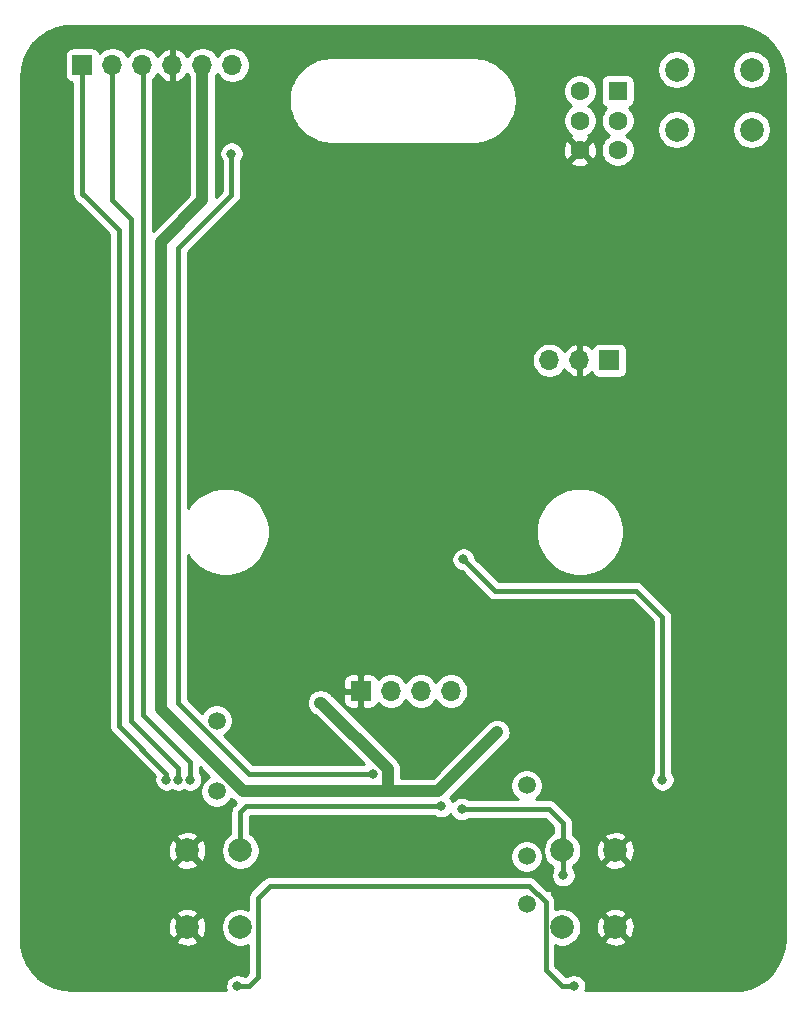
<source format=gbr>
%TF.GenerationSoftware,KiCad,Pcbnew,(5.1.7)-1*%
%TF.CreationDate,2020-10-27T19:53:13+01:00*%
%TF.ProjectId,Spytag,53707974-6167-42e6-9b69-6361645f7063,rev?*%
%TF.SameCoordinates,Original*%
%TF.FileFunction,Copper,L2,Bot*%
%TF.FilePolarity,Positive*%
%FSLAX46Y46*%
G04 Gerber Fmt 4.6, Leading zero omitted, Abs format (unit mm)*
G04 Created by KiCad (PCBNEW (5.1.7)-1) date 2020-10-27 19:53:13*
%MOMM*%
%LPD*%
G01*
G04 APERTURE LIST*
%TA.AperFunction,ComponentPad*%
%ADD10C,1.500000*%
%TD*%
%TA.AperFunction,ComponentPad*%
%ADD11C,2.000000*%
%TD*%
%TA.AperFunction,ComponentPad*%
%ADD12R,1.600000X1.600000*%
%TD*%
%TA.AperFunction,ComponentPad*%
%ADD13C,1.600000*%
%TD*%
%TA.AperFunction,ComponentPad*%
%ADD14R,1.700000X1.700000*%
%TD*%
%TA.AperFunction,ComponentPad*%
%ADD15O,1.700000X1.700000*%
%TD*%
%TA.AperFunction,ViaPad*%
%ADD16C,0.800000*%
%TD*%
%TA.AperFunction,Conductor*%
%ADD17C,0.600000*%
%TD*%
%TA.AperFunction,Conductor*%
%ADD18C,1.000000*%
%TD*%
%TA.AperFunction,Conductor*%
%ADD19C,0.400000*%
%TD*%
%TA.AperFunction,Conductor*%
%ADD20C,0.254000*%
%TD*%
%TA.AperFunction,Conductor*%
%ADD21C,0.100000*%
%TD*%
G04 APERTURE END LIST*
D10*
%TO.P,TP1,1*%
%TO.N,Net-(TP1-Pad1)*%
X139500000Y-131000000D03*
%TD*%
%TO.P,TP2,1*%
%TO.N,Net-(TP2-Pad1)*%
X139500000Y-137000000D03*
%TD*%
%TO.P,TP3,1*%
%TO.N,Net-(TP3-Pad1)*%
X139500000Y-141000000D03*
%TD*%
D11*
%TO.P,BT1,*%
%TO.N,*%
X152190000Y-75460000D03*
X158540000Y-75460000D03*
%TO.P,BT1,2*%
%TO.N,Net-(BT1-Pad2)*%
X158540000Y-70380000D03*
%TO.P,BT1,1*%
%TO.N,Net-(BT1-Pad1)*%
X152190000Y-70380000D03*
%TD*%
D12*
%TO.P,SW3,1*%
%TO.N,Net-(SW3-Pad1)*%
X147200000Y-72200000D03*
D13*
%TO.P,SW3,2*%
%TO.N,Net-(BT1-Pad1)*%
X147200000Y-74700000D03*
%TO.P,SW3,3*%
%TO.N,+BATT*%
X147200000Y-77200000D03*
%TO.P,SW3,4*%
%TO.N,Net-(SW3-Pad4)*%
X144000000Y-72200000D03*
%TO.P,SW3,5*%
%TO.N,Net-(BT1-Pad2)*%
X144000000Y-74700000D03*
%TO.P,SW3,6*%
%TO.N,GND*%
X144000000Y-77200000D03*
%TD*%
D14*
%TO.P,J1,1*%
%TO.N,TX*%
X101880000Y-70000000D03*
D15*
%TO.P,J1,2*%
%TO.N,RX*%
X104420000Y-70000000D03*
%TO.P,J1,3*%
%TO.N,IO0*%
X106960000Y-70000000D03*
%TO.P,J1,4*%
%TO.N,GND*%
X109500000Y-70000000D03*
%TO.P,J1,5*%
%TO.N,+3V3*%
X112040000Y-70000000D03*
%TO.P,J1,6*%
%TO.N,RST*%
X114580000Y-70000000D03*
%TD*%
D14*
%TO.P,J2,1*%
%TO.N,GND*%
X125460000Y-123000000D03*
D15*
%TO.P,J2,2*%
%TO.N,+3V3*%
X128000000Y-123000000D03*
%TO.P,J2,3*%
%TO.N,SCL*%
X130540000Y-123000000D03*
%TO.P,J2,4*%
%TO.N,SDA*%
X133080000Y-123000000D03*
%TD*%
D11*
%TO.P,SW1,2*%
%TO.N,GND*%
X110750000Y-136500000D03*
%TO.P,SW1,1*%
%TO.N,SW_ZOMBIE*%
X115250000Y-136500000D03*
%TO.P,SW1,2*%
%TO.N,GND*%
X110750000Y-143000000D03*
%TO.P,SW1,1*%
%TO.N,SW_ZOMBIE*%
X115250000Y-143000000D03*
%TD*%
%TO.P,SW2,1*%
%TO.N,SW_POST*%
X142500000Y-136500000D03*
%TO.P,SW2,2*%
%TO.N,GND*%
X147000000Y-136500000D03*
%TO.P,SW2,1*%
%TO.N,SW_POST*%
X142500000Y-143000000D03*
%TO.P,SW2,2*%
%TO.N,GND*%
X147000000Y-143000000D03*
%TD*%
D10*
%TO.P,TP4,1*%
%TO.N,Net-(R3-Pad2)*%
X113250000Y-125500000D03*
%TD*%
%TO.P,TP5,1*%
%TO.N,IO0*%
X113250000Y-131500000D03*
%TD*%
D14*
%TO.P,J3,1*%
%TO.N,+3V3*%
X146500000Y-95000000D03*
D15*
%TO.P,J3,2*%
%TO.N,GND*%
X143960000Y-95000000D03*
%TO.P,J3,3*%
%TO.N,+BATT*%
X141420000Y-95000000D03*
%TD*%
D16*
%TO.N,+3V3*%
X111000000Y-127000000D03*
X137000000Y-126500000D03*
X135250000Y-128250000D03*
X122000000Y-124000000D03*
%TO.N,GND*%
X132250000Y-114250000D03*
X125500000Y-114250000D03*
X123300000Y-105700000D03*
X130000000Y-105700000D03*
X130000000Y-105700000D03*
X120550000Y-127550000D03*
X118000000Y-126500000D03*
X155054000Y-84000000D03*
X155182000Y-92000000D03*
X155310000Y-100000000D03*
X155438000Y-108000000D03*
X155694000Y-124000000D03*
X155566000Y-116000000D03*
X155822000Y-132000000D03*
X155950000Y-140000000D03*
X101250000Y-96750000D03*
X101250000Y-108750000D03*
X101250000Y-124750000D03*
X101250000Y-132750000D03*
X101250000Y-140750000D03*
X101250000Y-116750000D03*
X110600000Y-139400000D03*
X147000000Y-139800000D03*
%TO.N,TX*%
X109000000Y-130500000D03*
%TO.N,RX*%
X110000000Y-130500000D03*
%TO.N,IO0*%
X111000000Y-130500000D03*
%TO.N,RST*%
X126500000Y-130000000D03*
X114500000Y-77500000D03*
%TO.N,SW_ZOMBIE*%
X132250000Y-132750000D03*
%TO.N,SW_POST*%
X134000000Y-133000000D03*
X142600000Y-138600000D03*
%TO.N,Net-(D2-Pad2)*%
X151000000Y-130500000D03*
X134143000Y-111857000D03*
%TO.N,Net-(D10-Pad2)*%
X115000000Y-148000000D03*
X143500000Y-148000000D03*
%TD*%
D17*
%TO.N,+3V3*%
X109500000Y-84000000D02*
X109299992Y-84200008D01*
X109500000Y-84000000D02*
X108500000Y-85000000D01*
X112040000Y-81460000D02*
X112000000Y-81500000D01*
X112000000Y-81500000D02*
X109500000Y-84000000D01*
X132000000Y-131500000D02*
X135250000Y-128250000D01*
X135250000Y-128250000D02*
X137000000Y-126500000D01*
D18*
X112040000Y-79960000D02*
X112040000Y-81460000D01*
X112040000Y-79040000D02*
X112040000Y-79960000D01*
X112040000Y-81460000D02*
X108500000Y-85000000D01*
X108500000Y-85000000D02*
X108500000Y-124500000D01*
X108500000Y-124500000D02*
X111000000Y-127000000D01*
X111000000Y-127000000D02*
X115500000Y-131500000D01*
X132000000Y-131500000D02*
X137000000Y-126500000D01*
X127750000Y-129621998D02*
X127750000Y-131500000D01*
X122128002Y-124000000D02*
X127750000Y-129621998D01*
X122000000Y-124000000D02*
X122128002Y-124000000D01*
X127750000Y-131500000D02*
X132000000Y-131500000D01*
X115500000Y-131500000D02*
X127750000Y-131500000D01*
X112040000Y-79040000D02*
X112040000Y-76210000D01*
X112040000Y-76210000D02*
X112040000Y-70000000D01*
D19*
%TO.N,TX*%
X102000000Y-70300000D02*
X102300000Y-70000000D01*
X109000000Y-130500000D02*
X109000000Y-130000000D01*
X109000000Y-130000000D02*
X105000000Y-126000000D01*
X105000000Y-126000000D02*
X105000000Y-84000000D01*
X101880000Y-80880000D02*
X102125000Y-81125000D01*
X101880000Y-70000000D02*
X101880000Y-80880000D01*
X102125000Y-81125000D02*
X102000000Y-81000000D01*
X105000000Y-84000000D02*
X102125000Y-81125000D01*
%TO.N,RX*%
X104500000Y-70340000D02*
X104840000Y-70000000D01*
X110000000Y-129500000D02*
X110000000Y-130500000D01*
X106000000Y-83000000D02*
X106000000Y-125500000D01*
X106000000Y-125500000D02*
X110000000Y-129500000D01*
X104420000Y-81420000D02*
X106000000Y-83000000D01*
X104420000Y-70000000D02*
X104420000Y-81420000D01*
%TO.N,IO0*%
X107000000Y-70040000D02*
X106960000Y-70000000D01*
X107000000Y-125000000D02*
X107000000Y-70040000D01*
X111000000Y-129000000D02*
X107000000Y-125000000D01*
X111000000Y-130500000D02*
X111000000Y-129000000D01*
%TO.N,RST*%
X116000000Y-130000000D02*
X110000000Y-124000000D01*
X126500000Y-130000000D02*
X116000000Y-130000000D01*
X110000000Y-124000000D02*
X110000000Y-85500000D01*
X114500000Y-81000000D02*
X110000000Y-85500000D01*
X114500000Y-81000000D02*
X114500000Y-77500000D01*
%TO.N,SW_ZOMBIE*%
X132250000Y-132750000D02*
X115750000Y-132750000D01*
X115250000Y-133250000D02*
X115750000Y-132750000D01*
X115250000Y-136500000D02*
X115250000Y-133250000D01*
%TO.N,SW_POST*%
X134000000Y-133000000D02*
X138500000Y-133000000D01*
X138500000Y-133000000D02*
X141400000Y-133000000D01*
X141400000Y-133000000D02*
X142600000Y-134200000D01*
X142600000Y-134200000D02*
X142600000Y-138600000D01*
%TO.N,Net-(D2-Pad2)*%
X148750000Y-114500000D02*
X136786000Y-114500000D01*
X151000000Y-116750000D02*
X148750000Y-114500000D01*
X136786000Y-114500000D02*
X134143000Y-111857000D01*
X151000000Y-130500000D02*
X151000000Y-116750000D01*
%TO.N,Net-(D10-Pad2)*%
X142500000Y-148000000D02*
X143000000Y-148000000D01*
X141099999Y-146599999D02*
X142500000Y-148000000D01*
X141099999Y-140897997D02*
X141099999Y-146599999D01*
X139702002Y-139500000D02*
X141099999Y-140897997D01*
X116750000Y-140500000D02*
X117750000Y-139500000D01*
X143000000Y-148000000D02*
X143500000Y-148000000D01*
X117750000Y-139500000D02*
X139702002Y-139500000D01*
X116750000Y-147250000D02*
X116750000Y-140500000D01*
X116000000Y-148000000D02*
X116750000Y-147250000D01*
X115000000Y-148000000D02*
X116000000Y-148000000D01*
%TD*%
D20*
%TO.N,GND*%
X157768083Y-66731173D02*
X158511891Y-66934656D01*
X159207905Y-67266638D01*
X159834130Y-67716626D01*
X160370777Y-68270403D01*
X160800871Y-68910451D01*
X161110829Y-69616553D01*
X161292065Y-70371457D01*
X161340000Y-71024207D01*
X161340001Y-143970597D01*
X161268827Y-144768083D01*
X161065344Y-145511890D01*
X160733363Y-146207904D01*
X160283374Y-146834130D01*
X159729597Y-147370777D01*
X159089549Y-147800871D01*
X158383447Y-148110829D01*
X157628543Y-148292065D01*
X156975793Y-148340000D01*
X144479444Y-148340000D01*
X144495226Y-148301898D01*
X144535000Y-148101939D01*
X144535000Y-147898061D01*
X144495226Y-147698102D01*
X144417205Y-147509744D01*
X144303937Y-147340226D01*
X144159774Y-147196063D01*
X143990256Y-147082795D01*
X143801898Y-147004774D01*
X143601939Y-146965000D01*
X143398061Y-146965000D01*
X143198102Y-147004774D01*
X143009744Y-147082795D01*
X142886715Y-147165000D01*
X142845868Y-147165000D01*
X141934999Y-146254132D01*
X141934999Y-144535680D01*
X142023088Y-144572168D01*
X142338967Y-144635000D01*
X142661033Y-144635000D01*
X142976912Y-144572168D01*
X143274463Y-144448918D01*
X143542252Y-144269987D01*
X143676826Y-144135413D01*
X146044192Y-144135413D01*
X146139956Y-144399814D01*
X146429571Y-144540704D01*
X146741108Y-144622384D01*
X147062595Y-144641718D01*
X147381675Y-144597961D01*
X147686088Y-144492795D01*
X147860044Y-144399814D01*
X147955808Y-144135413D01*
X147000000Y-143179605D01*
X146044192Y-144135413D01*
X143676826Y-144135413D01*
X143769987Y-144042252D01*
X143948918Y-143774463D01*
X144072168Y-143476912D01*
X144135000Y-143161033D01*
X144135000Y-143062595D01*
X145358282Y-143062595D01*
X145402039Y-143381675D01*
X145507205Y-143686088D01*
X145600186Y-143860044D01*
X145864587Y-143955808D01*
X146820395Y-143000000D01*
X147179605Y-143000000D01*
X148135413Y-143955808D01*
X148399814Y-143860044D01*
X148540704Y-143570429D01*
X148622384Y-143258892D01*
X148641718Y-142937405D01*
X148597961Y-142618325D01*
X148492795Y-142313912D01*
X148399814Y-142139956D01*
X148135413Y-142044192D01*
X147179605Y-143000000D01*
X146820395Y-143000000D01*
X145864587Y-142044192D01*
X145600186Y-142139956D01*
X145459296Y-142429571D01*
X145377616Y-142741108D01*
X145358282Y-143062595D01*
X144135000Y-143062595D01*
X144135000Y-142838967D01*
X144072168Y-142523088D01*
X143948918Y-142225537D01*
X143769987Y-141957748D01*
X143676826Y-141864587D01*
X146044192Y-141864587D01*
X147000000Y-142820395D01*
X147955808Y-141864587D01*
X147860044Y-141600186D01*
X147570429Y-141459296D01*
X147258892Y-141377616D01*
X146937405Y-141358282D01*
X146618325Y-141402039D01*
X146313912Y-141507205D01*
X146139956Y-141600186D01*
X146044192Y-141864587D01*
X143676826Y-141864587D01*
X143542252Y-141730013D01*
X143274463Y-141551082D01*
X142976912Y-141427832D01*
X142661033Y-141365000D01*
X142338967Y-141365000D01*
X142023088Y-141427832D01*
X141934999Y-141464320D01*
X141934999Y-140939004D01*
X141939038Y-140897996D01*
X141934999Y-140856988D01*
X141934999Y-140856978D01*
X141922917Y-140734308D01*
X141875171Y-140576910D01*
X141797635Y-140431851D01*
X141693290Y-140304706D01*
X141661427Y-140278557D01*
X141627000Y-140244130D01*
X141627000Y-140000000D01*
X141624560Y-139975224D01*
X141617333Y-139951399D01*
X141605597Y-139929443D01*
X141589803Y-139910197D01*
X141570557Y-139894403D01*
X141548601Y-139882667D01*
X141524776Y-139875440D01*
X141500000Y-139873000D01*
X141255870Y-139873000D01*
X140321448Y-138938579D01*
X140295293Y-138906709D01*
X140168148Y-138802364D01*
X140023089Y-138724828D01*
X139865691Y-138677082D01*
X139743021Y-138665000D01*
X139743020Y-138665000D01*
X139702002Y-138660960D01*
X139660984Y-138665000D01*
X117791018Y-138665000D01*
X117750000Y-138660960D01*
X117708982Y-138665000D01*
X117708981Y-138665000D01*
X117586311Y-138677082D01*
X117428913Y-138724828D01*
X117283854Y-138802364D01*
X117156709Y-138906709D01*
X117130563Y-138938568D01*
X116188574Y-139880559D01*
X116156710Y-139906709D01*
X116100481Y-139975224D01*
X116052364Y-140033855D01*
X115974828Y-140178914D01*
X115927082Y-140336312D01*
X115910960Y-140500000D01*
X115915001Y-140541028D01*
X115915001Y-141505741D01*
X115726912Y-141427832D01*
X115411033Y-141365000D01*
X115088967Y-141365000D01*
X114773088Y-141427832D01*
X114475537Y-141551082D01*
X114207748Y-141730013D01*
X113980013Y-141957748D01*
X113801082Y-142225537D01*
X113677832Y-142523088D01*
X113615000Y-142838967D01*
X113615000Y-143161033D01*
X113677832Y-143476912D01*
X113801082Y-143774463D01*
X113980013Y-144042252D01*
X114207748Y-144269987D01*
X114475537Y-144448918D01*
X114773088Y-144572168D01*
X115088967Y-144635000D01*
X115411033Y-144635000D01*
X115726912Y-144572168D01*
X115915000Y-144494259D01*
X115915000Y-146904132D01*
X115654133Y-147165000D01*
X115613285Y-147165000D01*
X115490256Y-147082795D01*
X115301898Y-147004774D01*
X115101939Y-146965000D01*
X114898061Y-146965000D01*
X114698102Y-147004774D01*
X114509744Y-147082795D01*
X114340226Y-147196063D01*
X114196063Y-147340226D01*
X114082795Y-147509744D01*
X114004774Y-147698102D01*
X113965000Y-147898061D01*
X113965000Y-148101939D01*
X114004774Y-148301898D01*
X114020556Y-148340000D01*
X101029392Y-148340000D01*
X100231917Y-148268827D01*
X99488110Y-148065344D01*
X98792096Y-147733363D01*
X98165870Y-147283374D01*
X97629223Y-146729597D01*
X97199129Y-146089549D01*
X96889171Y-145383447D01*
X96707935Y-144628543D01*
X96671722Y-144135413D01*
X109794192Y-144135413D01*
X109889956Y-144399814D01*
X110179571Y-144540704D01*
X110491108Y-144622384D01*
X110812595Y-144641718D01*
X111131675Y-144597961D01*
X111436088Y-144492795D01*
X111610044Y-144399814D01*
X111705808Y-144135413D01*
X110750000Y-143179605D01*
X109794192Y-144135413D01*
X96671722Y-144135413D01*
X96660000Y-143975793D01*
X96660000Y-143062595D01*
X109108282Y-143062595D01*
X109152039Y-143381675D01*
X109257205Y-143686088D01*
X109350186Y-143860044D01*
X109614587Y-143955808D01*
X110570395Y-143000000D01*
X110929605Y-143000000D01*
X111885413Y-143955808D01*
X112149814Y-143860044D01*
X112290704Y-143570429D01*
X112372384Y-143258892D01*
X112391718Y-142937405D01*
X112347961Y-142618325D01*
X112242795Y-142313912D01*
X112149814Y-142139956D01*
X111885413Y-142044192D01*
X110929605Y-143000000D01*
X110570395Y-143000000D01*
X109614587Y-142044192D01*
X109350186Y-142139956D01*
X109209296Y-142429571D01*
X109127616Y-142741108D01*
X109108282Y-143062595D01*
X96660000Y-143062595D01*
X96660000Y-141864587D01*
X109794192Y-141864587D01*
X110750000Y-142820395D01*
X111705808Y-141864587D01*
X111610044Y-141600186D01*
X111320429Y-141459296D01*
X111008892Y-141377616D01*
X110687405Y-141358282D01*
X110368325Y-141402039D01*
X110063912Y-141507205D01*
X109889956Y-141600186D01*
X109794192Y-141864587D01*
X96660000Y-141864587D01*
X96660000Y-137635413D01*
X109794192Y-137635413D01*
X109889956Y-137899814D01*
X110179571Y-138040704D01*
X110491108Y-138122384D01*
X110812595Y-138141718D01*
X111131675Y-138097961D01*
X111436088Y-137992795D01*
X111610044Y-137899814D01*
X111705808Y-137635413D01*
X110750000Y-136679605D01*
X109794192Y-137635413D01*
X96660000Y-137635413D01*
X96660000Y-136562595D01*
X109108282Y-136562595D01*
X109152039Y-136881675D01*
X109257205Y-137186088D01*
X109350186Y-137360044D01*
X109614587Y-137455808D01*
X110570395Y-136500000D01*
X110929605Y-136500000D01*
X111885413Y-137455808D01*
X112149814Y-137360044D01*
X112290704Y-137070429D01*
X112372384Y-136758892D01*
X112391718Y-136437405D01*
X112347961Y-136118325D01*
X112242795Y-135813912D01*
X112149814Y-135639956D01*
X111885413Y-135544192D01*
X110929605Y-136500000D01*
X110570395Y-136500000D01*
X109614587Y-135544192D01*
X109350186Y-135639956D01*
X109209296Y-135929571D01*
X109127616Y-136241108D01*
X109108282Y-136562595D01*
X96660000Y-136562595D01*
X96660000Y-135364587D01*
X109794192Y-135364587D01*
X110750000Y-136320395D01*
X111705808Y-135364587D01*
X111610044Y-135100186D01*
X111320429Y-134959296D01*
X111008892Y-134877616D01*
X110687405Y-134858282D01*
X110368325Y-134902039D01*
X110063912Y-135007205D01*
X109889956Y-135100186D01*
X109794192Y-135364587D01*
X96660000Y-135364587D01*
X96660000Y-71029392D01*
X96731173Y-70231917D01*
X96934656Y-69488109D01*
X97095925Y-69150000D01*
X100391928Y-69150000D01*
X100391928Y-70850000D01*
X100404188Y-70974482D01*
X100440498Y-71094180D01*
X100499463Y-71204494D01*
X100578815Y-71301185D01*
X100675506Y-71380537D01*
X100785820Y-71439502D01*
X100905518Y-71475812D01*
X101030000Y-71488072D01*
X101045000Y-71488072D01*
X101045001Y-80838971D01*
X101040960Y-80880000D01*
X101057082Y-81043688D01*
X101104828Y-81201086D01*
X101182364Y-81346145D01*
X101182365Y-81346146D01*
X101286710Y-81473291D01*
X101318574Y-81499441D01*
X101380562Y-81561429D01*
X101563571Y-81744439D01*
X101563576Y-81744443D01*
X104165001Y-84345869D01*
X104165000Y-125958982D01*
X104160960Y-126000000D01*
X104165000Y-126041018D01*
X104177082Y-126163688D01*
X104224828Y-126321086D01*
X104302364Y-126466145D01*
X104406709Y-126593291D01*
X104438579Y-126619446D01*
X108008423Y-130189291D01*
X108004774Y-130198102D01*
X107965000Y-130398061D01*
X107965000Y-130601939D01*
X108004774Y-130801898D01*
X108082795Y-130990256D01*
X108196063Y-131159774D01*
X108340226Y-131303937D01*
X108509744Y-131417205D01*
X108698102Y-131495226D01*
X108898061Y-131535000D01*
X109101939Y-131535000D01*
X109301898Y-131495226D01*
X109490256Y-131417205D01*
X109500000Y-131410694D01*
X109509744Y-131417205D01*
X109698102Y-131495226D01*
X109898061Y-131535000D01*
X110101939Y-131535000D01*
X110301898Y-131495226D01*
X110490256Y-131417205D01*
X110500000Y-131410694D01*
X110509744Y-131417205D01*
X110698102Y-131495226D01*
X110898061Y-131535000D01*
X111101939Y-131535000D01*
X111301898Y-131495226D01*
X111490256Y-131417205D01*
X111659774Y-131303937D01*
X111803937Y-131159774D01*
X111917205Y-130990256D01*
X111995226Y-130801898D01*
X112035000Y-130601939D01*
X112035000Y-130398061D01*
X111995226Y-130198102D01*
X111917205Y-130009744D01*
X111835000Y-129886715D01*
X111835000Y-129440131D01*
X112645958Y-130251090D01*
X112593957Y-130272629D01*
X112367114Y-130424201D01*
X112174201Y-130617114D01*
X112022629Y-130843957D01*
X111918225Y-131096011D01*
X111865000Y-131363589D01*
X111865000Y-131636411D01*
X111918225Y-131903989D01*
X112022629Y-132156043D01*
X112174201Y-132382886D01*
X112367114Y-132575799D01*
X112593957Y-132727371D01*
X112846011Y-132831775D01*
X113113589Y-132885000D01*
X113386411Y-132885000D01*
X113653989Y-132831775D01*
X113906043Y-132727371D01*
X114132886Y-132575799D01*
X114325799Y-132382886D01*
X114477371Y-132156043D01*
X114498910Y-132104042D01*
X114658009Y-132263141D01*
X114693551Y-132306449D01*
X114866377Y-132448284D01*
X114869291Y-132449842D01*
X114688574Y-132630559D01*
X114656710Y-132656709D01*
X114630562Y-132688571D01*
X114552364Y-132783855D01*
X114474828Y-132928914D01*
X114427082Y-133086312D01*
X114410960Y-133250000D01*
X114415001Y-133291028D01*
X114415000Y-135091531D01*
X114207748Y-135230013D01*
X113980013Y-135457748D01*
X113801082Y-135725537D01*
X113677832Y-136023088D01*
X113615000Y-136338967D01*
X113615000Y-136661033D01*
X113677832Y-136976912D01*
X113801082Y-137274463D01*
X113980013Y-137542252D01*
X114207748Y-137769987D01*
X114475537Y-137948918D01*
X114773088Y-138072168D01*
X115088967Y-138135000D01*
X115411033Y-138135000D01*
X115726912Y-138072168D01*
X116024463Y-137948918D01*
X116292252Y-137769987D01*
X116519987Y-137542252D01*
X116698918Y-137274463D01*
X116822168Y-136976912D01*
X116844709Y-136863589D01*
X138115000Y-136863589D01*
X138115000Y-137136411D01*
X138168225Y-137403989D01*
X138272629Y-137656043D01*
X138424201Y-137882886D01*
X138617114Y-138075799D01*
X138843957Y-138227371D01*
X139096011Y-138331775D01*
X139363589Y-138385000D01*
X139636411Y-138385000D01*
X139903989Y-138331775D01*
X140156043Y-138227371D01*
X140382886Y-138075799D01*
X140575799Y-137882886D01*
X140727371Y-137656043D01*
X140831775Y-137403989D01*
X140885000Y-137136411D01*
X140885000Y-136863589D01*
X140831775Y-136596011D01*
X140727371Y-136343957D01*
X140575799Y-136117114D01*
X140382886Y-135924201D01*
X140156043Y-135772629D01*
X139903989Y-135668225D01*
X139636411Y-135615000D01*
X139363589Y-135615000D01*
X139096011Y-135668225D01*
X138843957Y-135772629D01*
X138617114Y-135924201D01*
X138424201Y-136117114D01*
X138272629Y-136343957D01*
X138168225Y-136596011D01*
X138115000Y-136863589D01*
X116844709Y-136863589D01*
X116885000Y-136661033D01*
X116885000Y-136338967D01*
X116822168Y-136023088D01*
X116698918Y-135725537D01*
X116519987Y-135457748D01*
X116292252Y-135230013D01*
X116085000Y-135091532D01*
X116085000Y-133595867D01*
X116095868Y-133585000D01*
X131636715Y-133585000D01*
X131759744Y-133667205D01*
X131948102Y-133745226D01*
X132148061Y-133785000D01*
X132351939Y-133785000D01*
X132551898Y-133745226D01*
X132740256Y-133667205D01*
X132909774Y-133553937D01*
X133050770Y-133412941D01*
X133082795Y-133490256D01*
X133196063Y-133659774D01*
X133340226Y-133803937D01*
X133509744Y-133917205D01*
X133698102Y-133995226D01*
X133898061Y-134035000D01*
X134101939Y-134035000D01*
X134301898Y-133995226D01*
X134490256Y-133917205D01*
X134613285Y-133835000D01*
X141054133Y-133835000D01*
X141765000Y-134545868D01*
X141765000Y-135034736D01*
X141725537Y-135051082D01*
X141457748Y-135230013D01*
X141230013Y-135457748D01*
X141051082Y-135725537D01*
X140927832Y-136023088D01*
X140865000Y-136338967D01*
X140865000Y-136661033D01*
X140927832Y-136976912D01*
X141051082Y-137274463D01*
X141230013Y-137542252D01*
X141457748Y-137769987D01*
X141725537Y-137948918D01*
X141765001Y-137965265D01*
X141765001Y-137986714D01*
X141682795Y-138109744D01*
X141604774Y-138298102D01*
X141565000Y-138498061D01*
X141565000Y-138701939D01*
X141604774Y-138901898D01*
X141682795Y-139090256D01*
X141796063Y-139259774D01*
X141940226Y-139403937D01*
X142109744Y-139517205D01*
X142298102Y-139595226D01*
X142498061Y-139635000D01*
X142701939Y-139635000D01*
X142901898Y-139595226D01*
X143090256Y-139517205D01*
X143259774Y-139403937D01*
X143403937Y-139259774D01*
X143517205Y-139090256D01*
X143595226Y-138901898D01*
X143635000Y-138701939D01*
X143635000Y-138498061D01*
X143595226Y-138298102D01*
X143517205Y-138109744D01*
X143435000Y-137986715D01*
X143435000Y-137841651D01*
X143542252Y-137769987D01*
X143676826Y-137635413D01*
X146044192Y-137635413D01*
X146139956Y-137899814D01*
X146429571Y-138040704D01*
X146741108Y-138122384D01*
X147062595Y-138141718D01*
X147381675Y-138097961D01*
X147686088Y-137992795D01*
X147860044Y-137899814D01*
X147955808Y-137635413D01*
X147000000Y-136679605D01*
X146044192Y-137635413D01*
X143676826Y-137635413D01*
X143769987Y-137542252D01*
X143948918Y-137274463D01*
X144072168Y-136976912D01*
X144135000Y-136661033D01*
X144135000Y-136562595D01*
X145358282Y-136562595D01*
X145402039Y-136881675D01*
X145507205Y-137186088D01*
X145600186Y-137360044D01*
X145864587Y-137455808D01*
X146820395Y-136500000D01*
X147179605Y-136500000D01*
X148135413Y-137455808D01*
X148399814Y-137360044D01*
X148540704Y-137070429D01*
X148622384Y-136758892D01*
X148641718Y-136437405D01*
X148597961Y-136118325D01*
X148492795Y-135813912D01*
X148399814Y-135639956D01*
X148135413Y-135544192D01*
X147179605Y-136500000D01*
X146820395Y-136500000D01*
X145864587Y-135544192D01*
X145600186Y-135639956D01*
X145459296Y-135929571D01*
X145377616Y-136241108D01*
X145358282Y-136562595D01*
X144135000Y-136562595D01*
X144135000Y-136338967D01*
X144072168Y-136023088D01*
X143948918Y-135725537D01*
X143769987Y-135457748D01*
X143676826Y-135364587D01*
X146044192Y-135364587D01*
X147000000Y-136320395D01*
X147955808Y-135364587D01*
X147860044Y-135100186D01*
X147570429Y-134959296D01*
X147258892Y-134877616D01*
X146937405Y-134858282D01*
X146618325Y-134902039D01*
X146313912Y-135007205D01*
X146139956Y-135100186D01*
X146044192Y-135364587D01*
X143676826Y-135364587D01*
X143542252Y-135230013D01*
X143435000Y-135158349D01*
X143435000Y-134241007D01*
X143439039Y-134199999D01*
X143435000Y-134158991D01*
X143435000Y-134158981D01*
X143422918Y-134036311D01*
X143375172Y-133878913D01*
X143297636Y-133733854D01*
X143193291Y-133606709D01*
X143161428Y-133580560D01*
X142019446Y-132438579D01*
X141993291Y-132406709D01*
X141866146Y-132302364D01*
X141721087Y-132224828D01*
X141563689Y-132177082D01*
X141441019Y-132165000D01*
X141441018Y-132165000D01*
X141400000Y-132160960D01*
X141358982Y-132165000D01*
X140249388Y-132165000D01*
X140382886Y-132075799D01*
X140575799Y-131882886D01*
X140727371Y-131656043D01*
X140831775Y-131403989D01*
X140885000Y-131136411D01*
X140885000Y-130863589D01*
X140831775Y-130596011D01*
X140727371Y-130343957D01*
X140575799Y-130117114D01*
X140382886Y-129924201D01*
X140156043Y-129772629D01*
X139903989Y-129668225D01*
X139636411Y-129615000D01*
X139363589Y-129615000D01*
X139096011Y-129668225D01*
X138843957Y-129772629D01*
X138617114Y-129924201D01*
X138424201Y-130117114D01*
X138272629Y-130343957D01*
X138168225Y-130596011D01*
X138115000Y-130863589D01*
X138115000Y-131136411D01*
X138168225Y-131403989D01*
X138272629Y-131656043D01*
X138424201Y-131882886D01*
X138617114Y-132075799D01*
X138750612Y-132165000D01*
X134613285Y-132165000D01*
X134490256Y-132082795D01*
X134301898Y-132004774D01*
X134101939Y-131965000D01*
X133898061Y-131965000D01*
X133698102Y-132004774D01*
X133509744Y-132082795D01*
X133340226Y-132196063D01*
X133199230Y-132337059D01*
X133167205Y-132259744D01*
X133053937Y-132090226D01*
X133034421Y-132070710D01*
X137841988Y-127263144D01*
X137948284Y-127133623D01*
X138053676Y-126936447D01*
X138118577Y-126722499D01*
X138140491Y-126500000D01*
X138118577Y-126277501D01*
X138053676Y-126063554D01*
X137948284Y-125866378D01*
X137806449Y-125693551D01*
X137633622Y-125551716D01*
X137436446Y-125446324D01*
X137222499Y-125381423D01*
X137000000Y-125359509D01*
X136777501Y-125381423D01*
X136563553Y-125446324D01*
X136366377Y-125551716D01*
X136236856Y-125658012D01*
X131529869Y-130365000D01*
X128885000Y-130365000D01*
X128885000Y-129677750D01*
X128890491Y-129621998D01*
X128868577Y-129399499D01*
X128803676Y-129185551D01*
X128698284Y-128988375D01*
X128556449Y-128815549D01*
X128513141Y-128780007D01*
X123583134Y-123850000D01*
X123971928Y-123850000D01*
X123984188Y-123974482D01*
X124020498Y-124094180D01*
X124079463Y-124204494D01*
X124158815Y-124301185D01*
X124255506Y-124380537D01*
X124365820Y-124439502D01*
X124485518Y-124475812D01*
X124610000Y-124488072D01*
X125174250Y-124485000D01*
X125333000Y-124326250D01*
X125333000Y-123127000D01*
X124133750Y-123127000D01*
X123975000Y-123285750D01*
X123971928Y-123850000D01*
X123583134Y-123850000D01*
X122969998Y-123236865D01*
X122934451Y-123193551D01*
X122761625Y-123051716D01*
X122564449Y-122946324D01*
X122350501Y-122881423D01*
X122183754Y-122865000D01*
X122183753Y-122865000D01*
X122128002Y-122859509D01*
X122072251Y-122865000D01*
X121944248Y-122865000D01*
X121777501Y-122881423D01*
X121563553Y-122946324D01*
X121366377Y-123051716D01*
X121193551Y-123193551D01*
X121051716Y-123366377D01*
X120946324Y-123563553D01*
X120881423Y-123777501D01*
X120859509Y-124000000D01*
X120881423Y-124222499D01*
X120946324Y-124436447D01*
X121051716Y-124633623D01*
X121193551Y-124806449D01*
X121366377Y-124948284D01*
X121563553Y-125053676D01*
X121582205Y-125059334D01*
X125687870Y-129165000D01*
X116345868Y-129165000D01*
X113907359Y-126726492D01*
X114132886Y-126575799D01*
X114325799Y-126382886D01*
X114477371Y-126156043D01*
X114581775Y-125903989D01*
X114635000Y-125636411D01*
X114635000Y-125363589D01*
X114581775Y-125096011D01*
X114477371Y-124843957D01*
X114325799Y-124617114D01*
X114132886Y-124424201D01*
X113906043Y-124272629D01*
X113653989Y-124168225D01*
X113386411Y-124115000D01*
X113113589Y-124115000D01*
X112846011Y-124168225D01*
X112593957Y-124272629D01*
X112367114Y-124424201D01*
X112174201Y-124617114D01*
X112023508Y-124842641D01*
X110835000Y-123654133D01*
X110835000Y-122150000D01*
X123971928Y-122150000D01*
X123975000Y-122714250D01*
X124133750Y-122873000D01*
X125333000Y-122873000D01*
X125333000Y-121673750D01*
X125587000Y-121673750D01*
X125587000Y-122873000D01*
X125607000Y-122873000D01*
X125607000Y-123127000D01*
X125587000Y-123127000D01*
X125587000Y-124326250D01*
X125745750Y-124485000D01*
X126310000Y-124488072D01*
X126434482Y-124475812D01*
X126554180Y-124439502D01*
X126664494Y-124380537D01*
X126761185Y-124301185D01*
X126840537Y-124204494D01*
X126899502Y-124094180D01*
X126921513Y-124021620D01*
X127053368Y-124153475D01*
X127296589Y-124315990D01*
X127566842Y-124427932D01*
X127853740Y-124485000D01*
X128146260Y-124485000D01*
X128433158Y-124427932D01*
X128703411Y-124315990D01*
X128946632Y-124153475D01*
X129153475Y-123946632D01*
X129270000Y-123772240D01*
X129386525Y-123946632D01*
X129593368Y-124153475D01*
X129836589Y-124315990D01*
X130106842Y-124427932D01*
X130393740Y-124485000D01*
X130686260Y-124485000D01*
X130973158Y-124427932D01*
X131243411Y-124315990D01*
X131486632Y-124153475D01*
X131693475Y-123946632D01*
X131810000Y-123772240D01*
X131926525Y-123946632D01*
X132133368Y-124153475D01*
X132376589Y-124315990D01*
X132646842Y-124427932D01*
X132933740Y-124485000D01*
X133226260Y-124485000D01*
X133513158Y-124427932D01*
X133783411Y-124315990D01*
X134026632Y-124153475D01*
X134233475Y-123946632D01*
X134395990Y-123703411D01*
X134507932Y-123433158D01*
X134565000Y-123146260D01*
X134565000Y-122853740D01*
X134507932Y-122566842D01*
X134395990Y-122296589D01*
X134233475Y-122053368D01*
X134026632Y-121846525D01*
X133783411Y-121684010D01*
X133513158Y-121572068D01*
X133226260Y-121515000D01*
X132933740Y-121515000D01*
X132646842Y-121572068D01*
X132376589Y-121684010D01*
X132133368Y-121846525D01*
X131926525Y-122053368D01*
X131810000Y-122227760D01*
X131693475Y-122053368D01*
X131486632Y-121846525D01*
X131243411Y-121684010D01*
X130973158Y-121572068D01*
X130686260Y-121515000D01*
X130393740Y-121515000D01*
X130106842Y-121572068D01*
X129836589Y-121684010D01*
X129593368Y-121846525D01*
X129386525Y-122053368D01*
X129270000Y-122227760D01*
X129153475Y-122053368D01*
X128946632Y-121846525D01*
X128703411Y-121684010D01*
X128433158Y-121572068D01*
X128146260Y-121515000D01*
X127853740Y-121515000D01*
X127566842Y-121572068D01*
X127296589Y-121684010D01*
X127053368Y-121846525D01*
X126921513Y-121978380D01*
X126899502Y-121905820D01*
X126840537Y-121795506D01*
X126761185Y-121698815D01*
X126664494Y-121619463D01*
X126554180Y-121560498D01*
X126434482Y-121524188D01*
X126310000Y-121511928D01*
X125745750Y-121515000D01*
X125587000Y-121673750D01*
X125333000Y-121673750D01*
X125174250Y-121515000D01*
X124610000Y-121511928D01*
X124485518Y-121524188D01*
X124365820Y-121560498D01*
X124255506Y-121619463D01*
X124158815Y-121698815D01*
X124079463Y-121795506D01*
X124020498Y-121905820D01*
X123984188Y-122025518D01*
X123971928Y-122150000D01*
X110835000Y-122150000D01*
X110835000Y-111471665D01*
X111105050Y-111875824D01*
X111624176Y-112394950D01*
X112234604Y-112802824D01*
X112912874Y-113083773D01*
X113632923Y-113227000D01*
X114367077Y-113227000D01*
X115087126Y-113083773D01*
X115765396Y-112802824D01*
X116375824Y-112394950D01*
X116894950Y-111875824D01*
X116975641Y-111755061D01*
X133108000Y-111755061D01*
X133108000Y-111958939D01*
X133147774Y-112158898D01*
X133225795Y-112347256D01*
X133339063Y-112516774D01*
X133483226Y-112660937D01*
X133652744Y-112774205D01*
X133841102Y-112852226D01*
X133986225Y-112881093D01*
X136166559Y-115061427D01*
X136192709Y-115093291D01*
X136319854Y-115197636D01*
X136464913Y-115275172D01*
X136622311Y-115322918D01*
X136744981Y-115335000D01*
X136744991Y-115335000D01*
X136785999Y-115339039D01*
X136827007Y-115335000D01*
X148404133Y-115335000D01*
X150165001Y-117095870D01*
X150165000Y-129886715D01*
X150082795Y-130009744D01*
X150004774Y-130198102D01*
X149965000Y-130398061D01*
X149965000Y-130601939D01*
X150004774Y-130801898D01*
X150082795Y-130990256D01*
X150196063Y-131159774D01*
X150340226Y-131303937D01*
X150509744Y-131417205D01*
X150698102Y-131495226D01*
X150898061Y-131535000D01*
X151101939Y-131535000D01*
X151301898Y-131495226D01*
X151490256Y-131417205D01*
X151659774Y-131303937D01*
X151803937Y-131159774D01*
X151917205Y-130990256D01*
X151995226Y-130801898D01*
X152035000Y-130601939D01*
X152035000Y-130398061D01*
X151995226Y-130198102D01*
X151917205Y-130009744D01*
X151835000Y-129886715D01*
X151835000Y-116791018D01*
X151839040Y-116750000D01*
X151822918Y-116586312D01*
X151775172Y-116428913D01*
X151697636Y-116283854D01*
X151593291Y-116156709D01*
X151561432Y-116130563D01*
X149369446Y-113938579D01*
X149343291Y-113906709D01*
X149216146Y-113802364D01*
X149071087Y-113724828D01*
X148913689Y-113677082D01*
X148791019Y-113665000D01*
X148791018Y-113665000D01*
X148750000Y-113660960D01*
X148708982Y-113665000D01*
X137131868Y-113665000D01*
X135167093Y-111700225D01*
X135138226Y-111555102D01*
X135060205Y-111366744D01*
X134946937Y-111197226D01*
X134802774Y-111053063D01*
X134633256Y-110939795D01*
X134444898Y-110861774D01*
X134244939Y-110822000D01*
X134041061Y-110822000D01*
X133841102Y-110861774D01*
X133652744Y-110939795D01*
X133483226Y-111053063D01*
X133339063Y-111197226D01*
X133225795Y-111366744D01*
X133147774Y-111555102D01*
X133108000Y-111755061D01*
X116975641Y-111755061D01*
X117302824Y-111265396D01*
X117583773Y-110587126D01*
X117727000Y-109867077D01*
X117727000Y-109132923D01*
X140273000Y-109132923D01*
X140273000Y-109867077D01*
X140416227Y-110587126D01*
X140697176Y-111265396D01*
X141105050Y-111875824D01*
X141624176Y-112394950D01*
X142234604Y-112802824D01*
X142912874Y-113083773D01*
X143632923Y-113227000D01*
X144367077Y-113227000D01*
X145087126Y-113083773D01*
X145765396Y-112802824D01*
X146375824Y-112394950D01*
X146894950Y-111875824D01*
X147302824Y-111265396D01*
X147583773Y-110587126D01*
X147727000Y-109867077D01*
X147727000Y-109132923D01*
X147583773Y-108412874D01*
X147302824Y-107734604D01*
X146894950Y-107124176D01*
X146375824Y-106605050D01*
X145765396Y-106197176D01*
X145087126Y-105916227D01*
X144367077Y-105773000D01*
X143632923Y-105773000D01*
X142912874Y-105916227D01*
X142234604Y-106197176D01*
X141624176Y-106605050D01*
X141105050Y-107124176D01*
X140697176Y-107734604D01*
X140416227Y-108412874D01*
X140273000Y-109132923D01*
X117727000Y-109132923D01*
X117583773Y-108412874D01*
X117302824Y-107734604D01*
X116894950Y-107124176D01*
X116375824Y-106605050D01*
X115765396Y-106197176D01*
X115087126Y-105916227D01*
X114367077Y-105773000D01*
X113632923Y-105773000D01*
X112912874Y-105916227D01*
X112234604Y-106197176D01*
X111624176Y-106605050D01*
X111105050Y-107124176D01*
X110835000Y-107528335D01*
X110835000Y-94853740D01*
X139935000Y-94853740D01*
X139935000Y-95146260D01*
X139992068Y-95433158D01*
X140104010Y-95703411D01*
X140266525Y-95946632D01*
X140473368Y-96153475D01*
X140716589Y-96315990D01*
X140986842Y-96427932D01*
X141273740Y-96485000D01*
X141566260Y-96485000D01*
X141853158Y-96427932D01*
X142123411Y-96315990D01*
X142366632Y-96153475D01*
X142573475Y-95946632D01*
X142695195Y-95764466D01*
X142764822Y-95881355D01*
X142959731Y-96097588D01*
X143193080Y-96271641D01*
X143455901Y-96396825D01*
X143603110Y-96441476D01*
X143833000Y-96320155D01*
X143833000Y-95127000D01*
X143813000Y-95127000D01*
X143813000Y-94873000D01*
X143833000Y-94873000D01*
X143833000Y-93679845D01*
X144087000Y-93679845D01*
X144087000Y-94873000D01*
X144107000Y-94873000D01*
X144107000Y-95127000D01*
X144087000Y-95127000D01*
X144087000Y-96320155D01*
X144316890Y-96441476D01*
X144464099Y-96396825D01*
X144726920Y-96271641D01*
X144960269Y-96097588D01*
X145036034Y-96013534D01*
X145060498Y-96094180D01*
X145119463Y-96204494D01*
X145198815Y-96301185D01*
X145295506Y-96380537D01*
X145405820Y-96439502D01*
X145525518Y-96475812D01*
X145650000Y-96488072D01*
X147350000Y-96488072D01*
X147474482Y-96475812D01*
X147594180Y-96439502D01*
X147704494Y-96380537D01*
X147801185Y-96301185D01*
X147880537Y-96204494D01*
X147939502Y-96094180D01*
X147975812Y-95974482D01*
X147988072Y-95850000D01*
X147988072Y-94150000D01*
X147975812Y-94025518D01*
X147939502Y-93905820D01*
X147880537Y-93795506D01*
X147801185Y-93698815D01*
X147704494Y-93619463D01*
X147594180Y-93560498D01*
X147474482Y-93524188D01*
X147350000Y-93511928D01*
X145650000Y-93511928D01*
X145525518Y-93524188D01*
X145405820Y-93560498D01*
X145295506Y-93619463D01*
X145198815Y-93698815D01*
X145119463Y-93795506D01*
X145060498Y-93905820D01*
X145036034Y-93986466D01*
X144960269Y-93902412D01*
X144726920Y-93728359D01*
X144464099Y-93603175D01*
X144316890Y-93558524D01*
X144087000Y-93679845D01*
X143833000Y-93679845D01*
X143603110Y-93558524D01*
X143455901Y-93603175D01*
X143193080Y-93728359D01*
X142959731Y-93902412D01*
X142764822Y-94118645D01*
X142695195Y-94235534D01*
X142573475Y-94053368D01*
X142366632Y-93846525D01*
X142123411Y-93684010D01*
X141853158Y-93572068D01*
X141566260Y-93515000D01*
X141273740Y-93515000D01*
X140986842Y-93572068D01*
X140716589Y-93684010D01*
X140473368Y-93846525D01*
X140266525Y-94053368D01*
X140104010Y-94296589D01*
X139992068Y-94566842D01*
X139935000Y-94853740D01*
X110835000Y-94853740D01*
X110835000Y-85845867D01*
X115061428Y-81619440D01*
X115093291Y-81593291D01*
X115197636Y-81466146D01*
X115275172Y-81321087D01*
X115322918Y-81163689D01*
X115326729Y-81124999D01*
X115339040Y-81000001D01*
X115335000Y-80958982D01*
X115335000Y-78192702D01*
X143186903Y-78192702D01*
X143258486Y-78436671D01*
X143513996Y-78557571D01*
X143788184Y-78626300D01*
X144070512Y-78640217D01*
X144350130Y-78598787D01*
X144616292Y-78503603D01*
X144741514Y-78436671D01*
X144813097Y-78192702D01*
X144000000Y-77379605D01*
X143186903Y-78192702D01*
X115335000Y-78192702D01*
X115335000Y-78113285D01*
X115417205Y-77990256D01*
X115495226Y-77801898D01*
X115535000Y-77601939D01*
X115535000Y-77398061D01*
X115509630Y-77270512D01*
X142559783Y-77270512D01*
X142601213Y-77550130D01*
X142696397Y-77816292D01*
X142763329Y-77941514D01*
X143007298Y-78013097D01*
X143820395Y-77200000D01*
X144179605Y-77200000D01*
X144992702Y-78013097D01*
X145236671Y-77941514D01*
X145357571Y-77686004D01*
X145426300Y-77411816D01*
X145440217Y-77129488D01*
X145398787Y-76849870D01*
X145303603Y-76583708D01*
X145236671Y-76458486D01*
X144992702Y-76386903D01*
X144179605Y-77200000D01*
X143820395Y-77200000D01*
X143007298Y-76386903D01*
X142763329Y-76458486D01*
X142642429Y-76713996D01*
X142573700Y-76988184D01*
X142559783Y-77270512D01*
X115509630Y-77270512D01*
X115495226Y-77198102D01*
X115417205Y-77009744D01*
X115303937Y-76840226D01*
X115159774Y-76696063D01*
X114990256Y-76582795D01*
X114801898Y-76504774D01*
X114601939Y-76465000D01*
X114398061Y-76465000D01*
X114198102Y-76504774D01*
X114009744Y-76582795D01*
X113840226Y-76696063D01*
X113696063Y-76840226D01*
X113582795Y-77009744D01*
X113504774Y-77198102D01*
X113465000Y-77398061D01*
X113465000Y-77601939D01*
X113504774Y-77801898D01*
X113582795Y-77990256D01*
X113665001Y-78113286D01*
X113665000Y-80654132D01*
X113175000Y-81144132D01*
X113175000Y-72961127D01*
X119342789Y-72961127D01*
X119343207Y-73020944D01*
X119342789Y-73080761D01*
X119343689Y-73089933D01*
X119404889Y-73672222D01*
X119416921Y-73730832D01*
X119428127Y-73789580D01*
X119430791Y-73798402D01*
X119603928Y-74357715D01*
X119627098Y-74412833D01*
X119649516Y-74468322D01*
X119653843Y-74476458D01*
X119932319Y-74991490D01*
X119965757Y-75041064D01*
X119998524Y-75091138D01*
X120004348Y-75098279D01*
X120377558Y-75549412D01*
X120420029Y-75591588D01*
X120461857Y-75634301D01*
X120468957Y-75640175D01*
X120922686Y-76010227D01*
X120972494Y-76043320D01*
X121021868Y-76077127D01*
X121029974Y-76081510D01*
X121546939Y-76356384D01*
X121602251Y-76379182D01*
X121657225Y-76402744D01*
X121666028Y-76405469D01*
X122226536Y-76574696D01*
X122285224Y-76586316D01*
X122343727Y-76598752D01*
X122352892Y-76599715D01*
X122935594Y-76656850D01*
X122935598Y-76656850D01*
X122967581Y-76660000D01*
X135032419Y-76660000D01*
X135034713Y-76659774D01*
X135046488Y-76659692D01*
X135076309Y-76656558D01*
X135106292Y-76656558D01*
X135115457Y-76655595D01*
X135697305Y-76590330D01*
X135755808Y-76577894D01*
X135814496Y-76566274D01*
X135823299Y-76563549D01*
X136381390Y-76386512D01*
X136436398Y-76362935D01*
X136491678Y-76340151D01*
X136499784Y-76335768D01*
X137012859Y-76053702D01*
X137062228Y-76019898D01*
X137112040Y-75986804D01*
X137119141Y-75980930D01*
X137567657Y-75604580D01*
X137609485Y-75561866D01*
X137651957Y-75519690D01*
X137657781Y-75512549D01*
X138024656Y-75056249D01*
X138057416Y-75006186D01*
X138090861Y-74956602D01*
X138095187Y-74948466D01*
X138366446Y-74429595D01*
X138388842Y-74374163D01*
X138412036Y-74318987D01*
X138414699Y-74310165D01*
X138580009Y-73748489D01*
X138591217Y-73689737D01*
X138603247Y-73631133D01*
X138604146Y-73621961D01*
X138657211Y-73038873D01*
X138656793Y-72979055D01*
X138657211Y-72919238D01*
X138656311Y-72910067D01*
X138595110Y-72327777D01*
X138583084Y-72269191D01*
X138571873Y-72210420D01*
X138569210Y-72201598D01*
X138524965Y-72058665D01*
X142565000Y-72058665D01*
X142565000Y-72341335D01*
X142620147Y-72618574D01*
X142728320Y-72879727D01*
X142885363Y-73114759D01*
X143085241Y-73314637D01*
X143287827Y-73450000D01*
X143085241Y-73585363D01*
X142885363Y-73785241D01*
X142728320Y-74020273D01*
X142620147Y-74281426D01*
X142565000Y-74558665D01*
X142565000Y-74841335D01*
X142620147Y-75118574D01*
X142728320Y-75379727D01*
X142885363Y-75614759D01*
X143085241Y-75814637D01*
X143285869Y-75948692D01*
X143258486Y-75963329D01*
X143186903Y-76207298D01*
X144000000Y-77020395D01*
X144813097Y-76207298D01*
X144741514Y-75963329D01*
X144712659Y-75949676D01*
X144914759Y-75814637D01*
X145114637Y-75614759D01*
X145271680Y-75379727D01*
X145379853Y-75118574D01*
X145435000Y-74841335D01*
X145435000Y-74558665D01*
X145379853Y-74281426D01*
X145271680Y-74020273D01*
X145114637Y-73785241D01*
X144914759Y-73585363D01*
X144712173Y-73450000D01*
X144914759Y-73314637D01*
X145114637Y-73114759D01*
X145271680Y-72879727D01*
X145379853Y-72618574D01*
X145435000Y-72341335D01*
X145435000Y-72058665D01*
X145379853Y-71781426D01*
X145271680Y-71520273D01*
X145191317Y-71400000D01*
X145761928Y-71400000D01*
X145761928Y-73000000D01*
X145774188Y-73124482D01*
X145810498Y-73244180D01*
X145869463Y-73354494D01*
X145948815Y-73451185D01*
X146045506Y-73530537D01*
X146155820Y-73589502D01*
X146251943Y-73618661D01*
X146085363Y-73785241D01*
X145928320Y-74020273D01*
X145820147Y-74281426D01*
X145765000Y-74558665D01*
X145765000Y-74841335D01*
X145820147Y-75118574D01*
X145928320Y-75379727D01*
X146085363Y-75614759D01*
X146285241Y-75814637D01*
X146487827Y-75950000D01*
X146285241Y-76085363D01*
X146085363Y-76285241D01*
X145928320Y-76520273D01*
X145820147Y-76781426D01*
X145765000Y-77058665D01*
X145765000Y-77341335D01*
X145820147Y-77618574D01*
X145928320Y-77879727D01*
X146085363Y-78114759D01*
X146285241Y-78314637D01*
X146520273Y-78471680D01*
X146781426Y-78579853D01*
X147058665Y-78635000D01*
X147341335Y-78635000D01*
X147618574Y-78579853D01*
X147879727Y-78471680D01*
X148114759Y-78314637D01*
X148314637Y-78114759D01*
X148471680Y-77879727D01*
X148579853Y-77618574D01*
X148635000Y-77341335D01*
X148635000Y-77058665D01*
X148579853Y-76781426D01*
X148471680Y-76520273D01*
X148314637Y-76285241D01*
X148114759Y-76085363D01*
X147912173Y-75950000D01*
X148114759Y-75814637D01*
X148314637Y-75614759D01*
X148471680Y-75379727D01*
X148505131Y-75298967D01*
X150555000Y-75298967D01*
X150555000Y-75621033D01*
X150617832Y-75936912D01*
X150741082Y-76234463D01*
X150920013Y-76502252D01*
X151147748Y-76729987D01*
X151415537Y-76908918D01*
X151713088Y-77032168D01*
X152028967Y-77095000D01*
X152351033Y-77095000D01*
X152666912Y-77032168D01*
X152964463Y-76908918D01*
X153232252Y-76729987D01*
X153459987Y-76502252D01*
X153638918Y-76234463D01*
X153762168Y-75936912D01*
X153825000Y-75621033D01*
X153825000Y-75298967D01*
X156905000Y-75298967D01*
X156905000Y-75621033D01*
X156967832Y-75936912D01*
X157091082Y-76234463D01*
X157270013Y-76502252D01*
X157497748Y-76729987D01*
X157765537Y-76908918D01*
X158063088Y-77032168D01*
X158378967Y-77095000D01*
X158701033Y-77095000D01*
X159016912Y-77032168D01*
X159314463Y-76908918D01*
X159582252Y-76729987D01*
X159809987Y-76502252D01*
X159988918Y-76234463D01*
X160112168Y-75936912D01*
X160175000Y-75621033D01*
X160175000Y-75298967D01*
X160112168Y-74983088D01*
X159988918Y-74685537D01*
X159809987Y-74417748D01*
X159582252Y-74190013D01*
X159314463Y-74011082D01*
X159016912Y-73887832D01*
X158701033Y-73825000D01*
X158378967Y-73825000D01*
X158063088Y-73887832D01*
X157765537Y-74011082D01*
X157497748Y-74190013D01*
X157270013Y-74417748D01*
X157091082Y-74685537D01*
X156967832Y-74983088D01*
X156905000Y-75298967D01*
X153825000Y-75298967D01*
X153762168Y-74983088D01*
X153638918Y-74685537D01*
X153459987Y-74417748D01*
X153232252Y-74190013D01*
X152964463Y-74011082D01*
X152666912Y-73887832D01*
X152351033Y-73825000D01*
X152028967Y-73825000D01*
X151713088Y-73887832D01*
X151415537Y-74011082D01*
X151147748Y-74190013D01*
X150920013Y-74417748D01*
X150741082Y-74685537D01*
X150617832Y-74983088D01*
X150555000Y-75298967D01*
X148505131Y-75298967D01*
X148579853Y-75118574D01*
X148635000Y-74841335D01*
X148635000Y-74558665D01*
X148579853Y-74281426D01*
X148471680Y-74020273D01*
X148314637Y-73785241D01*
X148148057Y-73618661D01*
X148244180Y-73589502D01*
X148354494Y-73530537D01*
X148451185Y-73451185D01*
X148530537Y-73354494D01*
X148589502Y-73244180D01*
X148625812Y-73124482D01*
X148638072Y-73000000D01*
X148638072Y-71400000D01*
X148625812Y-71275518D01*
X148589502Y-71155820D01*
X148530537Y-71045506D01*
X148451185Y-70948815D01*
X148354494Y-70869463D01*
X148244180Y-70810498D01*
X148124482Y-70774188D01*
X148000000Y-70761928D01*
X146400000Y-70761928D01*
X146275518Y-70774188D01*
X146155820Y-70810498D01*
X146045506Y-70869463D01*
X145948815Y-70948815D01*
X145869463Y-71045506D01*
X145810498Y-71155820D01*
X145774188Y-71275518D01*
X145761928Y-71400000D01*
X145191317Y-71400000D01*
X145114637Y-71285241D01*
X144914759Y-71085363D01*
X144679727Y-70928320D01*
X144418574Y-70820147D01*
X144141335Y-70765000D01*
X143858665Y-70765000D01*
X143581426Y-70820147D01*
X143320273Y-70928320D01*
X143085241Y-71085363D01*
X142885363Y-71285241D01*
X142728320Y-71520273D01*
X142620147Y-71781426D01*
X142565000Y-72058665D01*
X138524965Y-72058665D01*
X138396072Y-71642285D01*
X138372902Y-71587167D01*
X138350484Y-71531678D01*
X138346157Y-71523542D01*
X138067681Y-71008510D01*
X138034243Y-70958936D01*
X138001476Y-70908862D01*
X137995652Y-70901721D01*
X137622442Y-70450588D01*
X137579990Y-70408431D01*
X137538144Y-70365699D01*
X137531043Y-70359825D01*
X137358335Y-70218967D01*
X150555000Y-70218967D01*
X150555000Y-70541033D01*
X150617832Y-70856912D01*
X150741082Y-71154463D01*
X150920013Y-71422252D01*
X151147748Y-71649987D01*
X151415537Y-71828918D01*
X151713088Y-71952168D01*
X152028967Y-72015000D01*
X152351033Y-72015000D01*
X152666912Y-71952168D01*
X152964463Y-71828918D01*
X153232252Y-71649987D01*
X153459987Y-71422252D01*
X153638918Y-71154463D01*
X153762168Y-70856912D01*
X153825000Y-70541033D01*
X153825000Y-70218967D01*
X156905000Y-70218967D01*
X156905000Y-70541033D01*
X156967832Y-70856912D01*
X157091082Y-71154463D01*
X157270013Y-71422252D01*
X157497748Y-71649987D01*
X157765537Y-71828918D01*
X158063088Y-71952168D01*
X158378967Y-72015000D01*
X158701033Y-72015000D01*
X159016912Y-71952168D01*
X159314463Y-71828918D01*
X159582252Y-71649987D01*
X159809987Y-71422252D01*
X159988918Y-71154463D01*
X160112168Y-70856912D01*
X160175000Y-70541033D01*
X160175000Y-70218967D01*
X160112168Y-69903088D01*
X159988918Y-69605537D01*
X159809987Y-69337748D01*
X159582252Y-69110013D01*
X159314463Y-68931082D01*
X159016912Y-68807832D01*
X158701033Y-68745000D01*
X158378967Y-68745000D01*
X158063088Y-68807832D01*
X157765537Y-68931082D01*
X157497748Y-69110013D01*
X157270013Y-69337748D01*
X157091082Y-69605537D01*
X156967832Y-69903088D01*
X156905000Y-70218967D01*
X153825000Y-70218967D01*
X153762168Y-69903088D01*
X153638918Y-69605537D01*
X153459987Y-69337748D01*
X153232252Y-69110013D01*
X152964463Y-68931082D01*
X152666912Y-68807832D01*
X152351033Y-68745000D01*
X152028967Y-68745000D01*
X151713088Y-68807832D01*
X151415537Y-68931082D01*
X151147748Y-69110013D01*
X150920013Y-69337748D01*
X150741082Y-69605537D01*
X150617832Y-69903088D01*
X150555000Y-70218967D01*
X137358335Y-70218967D01*
X137077315Y-69989773D01*
X137027504Y-69956679D01*
X136978132Y-69922873D01*
X136970026Y-69918490D01*
X136453062Y-69643616D01*
X136397735Y-69620812D01*
X136342775Y-69597256D01*
X136333971Y-69594531D01*
X135773464Y-69425304D01*
X135714769Y-69413682D01*
X135656273Y-69401248D01*
X135647108Y-69400285D01*
X135064405Y-69343150D01*
X135064402Y-69343150D01*
X135032419Y-69340000D01*
X122967581Y-69340000D01*
X122965287Y-69340226D01*
X122953512Y-69340308D01*
X122923691Y-69343442D01*
X122893708Y-69343442D01*
X122884543Y-69344405D01*
X122302695Y-69409670D01*
X122244192Y-69422106D01*
X122185504Y-69433726D01*
X122176701Y-69436451D01*
X121618610Y-69613488D01*
X121563602Y-69637065D01*
X121508322Y-69659849D01*
X121500216Y-69664232D01*
X120987141Y-69946298D01*
X120937795Y-69980086D01*
X120887960Y-70013196D01*
X120880859Y-70019070D01*
X120432342Y-70395420D01*
X120390479Y-70438170D01*
X120348043Y-70480310D01*
X120342219Y-70487451D01*
X119975344Y-70943751D01*
X119942596Y-70993796D01*
X119909139Y-71043397D01*
X119904813Y-71051534D01*
X119633554Y-71570404D01*
X119611158Y-71625836D01*
X119587964Y-71681012D01*
X119585301Y-71689834D01*
X119419991Y-72251511D01*
X119408790Y-72310230D01*
X119396753Y-72368867D01*
X119395854Y-72378038D01*
X119342789Y-72961127D01*
X113175000Y-72961127D01*
X113175000Y-70965107D01*
X113193475Y-70946632D01*
X113310000Y-70772240D01*
X113426525Y-70946632D01*
X113633368Y-71153475D01*
X113876589Y-71315990D01*
X114146842Y-71427932D01*
X114433740Y-71485000D01*
X114726260Y-71485000D01*
X115013158Y-71427932D01*
X115283411Y-71315990D01*
X115526632Y-71153475D01*
X115733475Y-70946632D01*
X115895990Y-70703411D01*
X116007932Y-70433158D01*
X116065000Y-70146260D01*
X116065000Y-69853740D01*
X116007932Y-69566842D01*
X115895990Y-69296589D01*
X115733475Y-69053368D01*
X115526632Y-68846525D01*
X115283411Y-68684010D01*
X115013158Y-68572068D01*
X114726260Y-68515000D01*
X114433740Y-68515000D01*
X114146842Y-68572068D01*
X113876589Y-68684010D01*
X113633368Y-68846525D01*
X113426525Y-69053368D01*
X113310000Y-69227760D01*
X113193475Y-69053368D01*
X112986632Y-68846525D01*
X112743411Y-68684010D01*
X112473158Y-68572068D01*
X112186260Y-68515000D01*
X111893740Y-68515000D01*
X111606842Y-68572068D01*
X111336589Y-68684010D01*
X111093368Y-68846525D01*
X110886525Y-69053368D01*
X110764805Y-69235534D01*
X110695178Y-69118645D01*
X110500269Y-68902412D01*
X110266920Y-68728359D01*
X110004099Y-68603175D01*
X109856890Y-68558524D01*
X109627000Y-68679845D01*
X109627000Y-69873000D01*
X109647000Y-69873000D01*
X109647000Y-70127000D01*
X109627000Y-70127000D01*
X109627000Y-71320155D01*
X109856890Y-71441476D01*
X110004099Y-71396825D01*
X110266920Y-71271641D01*
X110500269Y-71097588D01*
X110695178Y-70881355D01*
X110764805Y-70764466D01*
X110886525Y-70946632D01*
X110905001Y-70965108D01*
X110905000Y-76265751D01*
X110905001Y-76265761D01*
X110905000Y-78984248D01*
X110905000Y-80989868D01*
X107835000Y-84059869D01*
X107835000Y-71201338D01*
X107906632Y-71153475D01*
X108113475Y-70946632D01*
X108235195Y-70764466D01*
X108304822Y-70881355D01*
X108499731Y-71097588D01*
X108733080Y-71271641D01*
X108995901Y-71396825D01*
X109143110Y-71441476D01*
X109373000Y-71320155D01*
X109373000Y-70127000D01*
X109353000Y-70127000D01*
X109353000Y-69873000D01*
X109373000Y-69873000D01*
X109373000Y-68679845D01*
X109143110Y-68558524D01*
X108995901Y-68603175D01*
X108733080Y-68728359D01*
X108499731Y-68902412D01*
X108304822Y-69118645D01*
X108235195Y-69235534D01*
X108113475Y-69053368D01*
X107906632Y-68846525D01*
X107663411Y-68684010D01*
X107393158Y-68572068D01*
X107106260Y-68515000D01*
X106813740Y-68515000D01*
X106526842Y-68572068D01*
X106256589Y-68684010D01*
X106013368Y-68846525D01*
X105806525Y-69053368D01*
X105690000Y-69227760D01*
X105573475Y-69053368D01*
X105366632Y-68846525D01*
X105123411Y-68684010D01*
X104853158Y-68572068D01*
X104566260Y-68515000D01*
X104273740Y-68515000D01*
X103986842Y-68572068D01*
X103716589Y-68684010D01*
X103473368Y-68846525D01*
X103341513Y-68978380D01*
X103319502Y-68905820D01*
X103260537Y-68795506D01*
X103181185Y-68698815D01*
X103084494Y-68619463D01*
X102974180Y-68560498D01*
X102854482Y-68524188D01*
X102730000Y-68511928D01*
X101030000Y-68511928D01*
X100905518Y-68524188D01*
X100785820Y-68560498D01*
X100675506Y-68619463D01*
X100578815Y-68698815D01*
X100499463Y-68795506D01*
X100440498Y-68905820D01*
X100404188Y-69025518D01*
X100391928Y-69150000D01*
X97095925Y-69150000D01*
X97266638Y-68792095D01*
X97716626Y-68165870D01*
X98270403Y-67629223D01*
X98910451Y-67199129D01*
X99616553Y-66889171D01*
X100371457Y-66707935D01*
X101024207Y-66660000D01*
X156970608Y-66660000D01*
X157768083Y-66731173D01*
%TA.AperFunction,Conductor*%
D21*
G36*
X157768083Y-66731173D02*
G01*
X158511891Y-66934656D01*
X159207905Y-67266638D01*
X159834130Y-67716626D01*
X160370777Y-68270403D01*
X160800871Y-68910451D01*
X161110829Y-69616553D01*
X161292065Y-70371457D01*
X161340000Y-71024207D01*
X161340001Y-143970597D01*
X161268827Y-144768083D01*
X161065344Y-145511890D01*
X160733363Y-146207904D01*
X160283374Y-146834130D01*
X159729597Y-147370777D01*
X159089549Y-147800871D01*
X158383447Y-148110829D01*
X157628543Y-148292065D01*
X156975793Y-148340000D01*
X144479444Y-148340000D01*
X144495226Y-148301898D01*
X144535000Y-148101939D01*
X144535000Y-147898061D01*
X144495226Y-147698102D01*
X144417205Y-147509744D01*
X144303937Y-147340226D01*
X144159774Y-147196063D01*
X143990256Y-147082795D01*
X143801898Y-147004774D01*
X143601939Y-146965000D01*
X143398061Y-146965000D01*
X143198102Y-147004774D01*
X143009744Y-147082795D01*
X142886715Y-147165000D01*
X142845868Y-147165000D01*
X141934999Y-146254132D01*
X141934999Y-144535680D01*
X142023088Y-144572168D01*
X142338967Y-144635000D01*
X142661033Y-144635000D01*
X142976912Y-144572168D01*
X143274463Y-144448918D01*
X143542252Y-144269987D01*
X143676826Y-144135413D01*
X146044192Y-144135413D01*
X146139956Y-144399814D01*
X146429571Y-144540704D01*
X146741108Y-144622384D01*
X147062595Y-144641718D01*
X147381675Y-144597961D01*
X147686088Y-144492795D01*
X147860044Y-144399814D01*
X147955808Y-144135413D01*
X147000000Y-143179605D01*
X146044192Y-144135413D01*
X143676826Y-144135413D01*
X143769987Y-144042252D01*
X143948918Y-143774463D01*
X144072168Y-143476912D01*
X144135000Y-143161033D01*
X144135000Y-143062595D01*
X145358282Y-143062595D01*
X145402039Y-143381675D01*
X145507205Y-143686088D01*
X145600186Y-143860044D01*
X145864587Y-143955808D01*
X146820395Y-143000000D01*
X147179605Y-143000000D01*
X148135413Y-143955808D01*
X148399814Y-143860044D01*
X148540704Y-143570429D01*
X148622384Y-143258892D01*
X148641718Y-142937405D01*
X148597961Y-142618325D01*
X148492795Y-142313912D01*
X148399814Y-142139956D01*
X148135413Y-142044192D01*
X147179605Y-143000000D01*
X146820395Y-143000000D01*
X145864587Y-142044192D01*
X145600186Y-142139956D01*
X145459296Y-142429571D01*
X145377616Y-142741108D01*
X145358282Y-143062595D01*
X144135000Y-143062595D01*
X144135000Y-142838967D01*
X144072168Y-142523088D01*
X143948918Y-142225537D01*
X143769987Y-141957748D01*
X143676826Y-141864587D01*
X146044192Y-141864587D01*
X147000000Y-142820395D01*
X147955808Y-141864587D01*
X147860044Y-141600186D01*
X147570429Y-141459296D01*
X147258892Y-141377616D01*
X146937405Y-141358282D01*
X146618325Y-141402039D01*
X146313912Y-141507205D01*
X146139956Y-141600186D01*
X146044192Y-141864587D01*
X143676826Y-141864587D01*
X143542252Y-141730013D01*
X143274463Y-141551082D01*
X142976912Y-141427832D01*
X142661033Y-141365000D01*
X142338967Y-141365000D01*
X142023088Y-141427832D01*
X141934999Y-141464320D01*
X141934999Y-140939004D01*
X141939038Y-140897996D01*
X141934999Y-140856988D01*
X141934999Y-140856978D01*
X141922917Y-140734308D01*
X141875171Y-140576910D01*
X141797635Y-140431851D01*
X141693290Y-140304706D01*
X141661427Y-140278557D01*
X141627000Y-140244130D01*
X141627000Y-140000000D01*
X141624560Y-139975224D01*
X141617333Y-139951399D01*
X141605597Y-139929443D01*
X141589803Y-139910197D01*
X141570557Y-139894403D01*
X141548601Y-139882667D01*
X141524776Y-139875440D01*
X141500000Y-139873000D01*
X141255870Y-139873000D01*
X140321448Y-138938579D01*
X140295293Y-138906709D01*
X140168148Y-138802364D01*
X140023089Y-138724828D01*
X139865691Y-138677082D01*
X139743021Y-138665000D01*
X139743020Y-138665000D01*
X139702002Y-138660960D01*
X139660984Y-138665000D01*
X117791018Y-138665000D01*
X117750000Y-138660960D01*
X117708982Y-138665000D01*
X117708981Y-138665000D01*
X117586311Y-138677082D01*
X117428913Y-138724828D01*
X117283854Y-138802364D01*
X117156709Y-138906709D01*
X117130563Y-138938568D01*
X116188574Y-139880559D01*
X116156710Y-139906709D01*
X116100481Y-139975224D01*
X116052364Y-140033855D01*
X115974828Y-140178914D01*
X115927082Y-140336312D01*
X115910960Y-140500000D01*
X115915001Y-140541028D01*
X115915001Y-141505741D01*
X115726912Y-141427832D01*
X115411033Y-141365000D01*
X115088967Y-141365000D01*
X114773088Y-141427832D01*
X114475537Y-141551082D01*
X114207748Y-141730013D01*
X113980013Y-141957748D01*
X113801082Y-142225537D01*
X113677832Y-142523088D01*
X113615000Y-142838967D01*
X113615000Y-143161033D01*
X113677832Y-143476912D01*
X113801082Y-143774463D01*
X113980013Y-144042252D01*
X114207748Y-144269987D01*
X114475537Y-144448918D01*
X114773088Y-144572168D01*
X115088967Y-144635000D01*
X115411033Y-144635000D01*
X115726912Y-144572168D01*
X115915000Y-144494259D01*
X115915000Y-146904132D01*
X115654133Y-147165000D01*
X115613285Y-147165000D01*
X115490256Y-147082795D01*
X115301898Y-147004774D01*
X115101939Y-146965000D01*
X114898061Y-146965000D01*
X114698102Y-147004774D01*
X114509744Y-147082795D01*
X114340226Y-147196063D01*
X114196063Y-147340226D01*
X114082795Y-147509744D01*
X114004774Y-147698102D01*
X113965000Y-147898061D01*
X113965000Y-148101939D01*
X114004774Y-148301898D01*
X114020556Y-148340000D01*
X101029392Y-148340000D01*
X100231917Y-148268827D01*
X99488110Y-148065344D01*
X98792096Y-147733363D01*
X98165870Y-147283374D01*
X97629223Y-146729597D01*
X97199129Y-146089549D01*
X96889171Y-145383447D01*
X96707935Y-144628543D01*
X96671722Y-144135413D01*
X109794192Y-144135413D01*
X109889956Y-144399814D01*
X110179571Y-144540704D01*
X110491108Y-144622384D01*
X110812595Y-144641718D01*
X111131675Y-144597961D01*
X111436088Y-144492795D01*
X111610044Y-144399814D01*
X111705808Y-144135413D01*
X110750000Y-143179605D01*
X109794192Y-144135413D01*
X96671722Y-144135413D01*
X96660000Y-143975793D01*
X96660000Y-143062595D01*
X109108282Y-143062595D01*
X109152039Y-143381675D01*
X109257205Y-143686088D01*
X109350186Y-143860044D01*
X109614587Y-143955808D01*
X110570395Y-143000000D01*
X110929605Y-143000000D01*
X111885413Y-143955808D01*
X112149814Y-143860044D01*
X112290704Y-143570429D01*
X112372384Y-143258892D01*
X112391718Y-142937405D01*
X112347961Y-142618325D01*
X112242795Y-142313912D01*
X112149814Y-142139956D01*
X111885413Y-142044192D01*
X110929605Y-143000000D01*
X110570395Y-143000000D01*
X109614587Y-142044192D01*
X109350186Y-142139956D01*
X109209296Y-142429571D01*
X109127616Y-142741108D01*
X109108282Y-143062595D01*
X96660000Y-143062595D01*
X96660000Y-141864587D01*
X109794192Y-141864587D01*
X110750000Y-142820395D01*
X111705808Y-141864587D01*
X111610044Y-141600186D01*
X111320429Y-141459296D01*
X111008892Y-141377616D01*
X110687405Y-141358282D01*
X110368325Y-141402039D01*
X110063912Y-141507205D01*
X109889956Y-141600186D01*
X109794192Y-141864587D01*
X96660000Y-141864587D01*
X96660000Y-137635413D01*
X109794192Y-137635413D01*
X109889956Y-137899814D01*
X110179571Y-138040704D01*
X110491108Y-138122384D01*
X110812595Y-138141718D01*
X111131675Y-138097961D01*
X111436088Y-137992795D01*
X111610044Y-137899814D01*
X111705808Y-137635413D01*
X110750000Y-136679605D01*
X109794192Y-137635413D01*
X96660000Y-137635413D01*
X96660000Y-136562595D01*
X109108282Y-136562595D01*
X109152039Y-136881675D01*
X109257205Y-137186088D01*
X109350186Y-137360044D01*
X109614587Y-137455808D01*
X110570395Y-136500000D01*
X110929605Y-136500000D01*
X111885413Y-137455808D01*
X112149814Y-137360044D01*
X112290704Y-137070429D01*
X112372384Y-136758892D01*
X112391718Y-136437405D01*
X112347961Y-136118325D01*
X112242795Y-135813912D01*
X112149814Y-135639956D01*
X111885413Y-135544192D01*
X110929605Y-136500000D01*
X110570395Y-136500000D01*
X109614587Y-135544192D01*
X109350186Y-135639956D01*
X109209296Y-135929571D01*
X109127616Y-136241108D01*
X109108282Y-136562595D01*
X96660000Y-136562595D01*
X96660000Y-135364587D01*
X109794192Y-135364587D01*
X110750000Y-136320395D01*
X111705808Y-135364587D01*
X111610044Y-135100186D01*
X111320429Y-134959296D01*
X111008892Y-134877616D01*
X110687405Y-134858282D01*
X110368325Y-134902039D01*
X110063912Y-135007205D01*
X109889956Y-135100186D01*
X109794192Y-135364587D01*
X96660000Y-135364587D01*
X96660000Y-71029392D01*
X96731173Y-70231917D01*
X96934656Y-69488109D01*
X97095925Y-69150000D01*
X100391928Y-69150000D01*
X100391928Y-70850000D01*
X100404188Y-70974482D01*
X100440498Y-71094180D01*
X100499463Y-71204494D01*
X100578815Y-71301185D01*
X100675506Y-71380537D01*
X100785820Y-71439502D01*
X100905518Y-71475812D01*
X101030000Y-71488072D01*
X101045000Y-71488072D01*
X101045001Y-80838971D01*
X101040960Y-80880000D01*
X101057082Y-81043688D01*
X101104828Y-81201086D01*
X101182364Y-81346145D01*
X101182365Y-81346146D01*
X101286710Y-81473291D01*
X101318574Y-81499441D01*
X101380562Y-81561429D01*
X101563571Y-81744439D01*
X101563576Y-81744443D01*
X104165001Y-84345869D01*
X104165000Y-125958982D01*
X104160960Y-126000000D01*
X104165000Y-126041018D01*
X104177082Y-126163688D01*
X104224828Y-126321086D01*
X104302364Y-126466145D01*
X104406709Y-126593291D01*
X104438579Y-126619446D01*
X108008423Y-130189291D01*
X108004774Y-130198102D01*
X107965000Y-130398061D01*
X107965000Y-130601939D01*
X108004774Y-130801898D01*
X108082795Y-130990256D01*
X108196063Y-131159774D01*
X108340226Y-131303937D01*
X108509744Y-131417205D01*
X108698102Y-131495226D01*
X108898061Y-131535000D01*
X109101939Y-131535000D01*
X109301898Y-131495226D01*
X109490256Y-131417205D01*
X109500000Y-131410694D01*
X109509744Y-131417205D01*
X109698102Y-131495226D01*
X109898061Y-131535000D01*
X110101939Y-131535000D01*
X110301898Y-131495226D01*
X110490256Y-131417205D01*
X110500000Y-131410694D01*
X110509744Y-131417205D01*
X110698102Y-131495226D01*
X110898061Y-131535000D01*
X111101939Y-131535000D01*
X111301898Y-131495226D01*
X111490256Y-131417205D01*
X111659774Y-131303937D01*
X111803937Y-131159774D01*
X111917205Y-130990256D01*
X111995226Y-130801898D01*
X112035000Y-130601939D01*
X112035000Y-130398061D01*
X111995226Y-130198102D01*
X111917205Y-130009744D01*
X111835000Y-129886715D01*
X111835000Y-129440131D01*
X112645958Y-130251090D01*
X112593957Y-130272629D01*
X112367114Y-130424201D01*
X112174201Y-130617114D01*
X112022629Y-130843957D01*
X111918225Y-131096011D01*
X111865000Y-131363589D01*
X111865000Y-131636411D01*
X111918225Y-131903989D01*
X112022629Y-132156043D01*
X112174201Y-132382886D01*
X112367114Y-132575799D01*
X112593957Y-132727371D01*
X112846011Y-132831775D01*
X113113589Y-132885000D01*
X113386411Y-132885000D01*
X113653989Y-132831775D01*
X113906043Y-132727371D01*
X114132886Y-132575799D01*
X114325799Y-132382886D01*
X114477371Y-132156043D01*
X114498910Y-132104042D01*
X114658009Y-132263141D01*
X114693551Y-132306449D01*
X114866377Y-132448284D01*
X114869291Y-132449842D01*
X114688574Y-132630559D01*
X114656710Y-132656709D01*
X114630562Y-132688571D01*
X114552364Y-132783855D01*
X114474828Y-132928914D01*
X114427082Y-133086312D01*
X114410960Y-133250000D01*
X114415001Y-133291028D01*
X114415000Y-135091531D01*
X114207748Y-135230013D01*
X113980013Y-135457748D01*
X113801082Y-135725537D01*
X113677832Y-136023088D01*
X113615000Y-136338967D01*
X113615000Y-136661033D01*
X113677832Y-136976912D01*
X113801082Y-137274463D01*
X113980013Y-137542252D01*
X114207748Y-137769987D01*
X114475537Y-137948918D01*
X114773088Y-138072168D01*
X115088967Y-138135000D01*
X115411033Y-138135000D01*
X115726912Y-138072168D01*
X116024463Y-137948918D01*
X116292252Y-137769987D01*
X116519987Y-137542252D01*
X116698918Y-137274463D01*
X116822168Y-136976912D01*
X116844709Y-136863589D01*
X138115000Y-136863589D01*
X138115000Y-137136411D01*
X138168225Y-137403989D01*
X138272629Y-137656043D01*
X138424201Y-137882886D01*
X138617114Y-138075799D01*
X138843957Y-138227371D01*
X139096011Y-138331775D01*
X139363589Y-138385000D01*
X139636411Y-138385000D01*
X139903989Y-138331775D01*
X140156043Y-138227371D01*
X140382886Y-138075799D01*
X140575799Y-137882886D01*
X140727371Y-137656043D01*
X140831775Y-137403989D01*
X140885000Y-137136411D01*
X140885000Y-136863589D01*
X140831775Y-136596011D01*
X140727371Y-136343957D01*
X140575799Y-136117114D01*
X140382886Y-135924201D01*
X140156043Y-135772629D01*
X139903989Y-135668225D01*
X139636411Y-135615000D01*
X139363589Y-135615000D01*
X139096011Y-135668225D01*
X138843957Y-135772629D01*
X138617114Y-135924201D01*
X138424201Y-136117114D01*
X138272629Y-136343957D01*
X138168225Y-136596011D01*
X138115000Y-136863589D01*
X116844709Y-136863589D01*
X116885000Y-136661033D01*
X116885000Y-136338967D01*
X116822168Y-136023088D01*
X116698918Y-135725537D01*
X116519987Y-135457748D01*
X116292252Y-135230013D01*
X116085000Y-135091532D01*
X116085000Y-133595867D01*
X116095868Y-133585000D01*
X131636715Y-133585000D01*
X131759744Y-133667205D01*
X131948102Y-133745226D01*
X132148061Y-133785000D01*
X132351939Y-133785000D01*
X132551898Y-133745226D01*
X132740256Y-133667205D01*
X132909774Y-133553937D01*
X133050770Y-133412941D01*
X133082795Y-133490256D01*
X133196063Y-133659774D01*
X133340226Y-133803937D01*
X133509744Y-133917205D01*
X133698102Y-133995226D01*
X133898061Y-134035000D01*
X134101939Y-134035000D01*
X134301898Y-133995226D01*
X134490256Y-133917205D01*
X134613285Y-133835000D01*
X141054133Y-133835000D01*
X141765000Y-134545868D01*
X141765000Y-135034736D01*
X141725537Y-135051082D01*
X141457748Y-135230013D01*
X141230013Y-135457748D01*
X141051082Y-135725537D01*
X140927832Y-136023088D01*
X140865000Y-136338967D01*
X140865000Y-136661033D01*
X140927832Y-136976912D01*
X141051082Y-137274463D01*
X141230013Y-137542252D01*
X141457748Y-137769987D01*
X141725537Y-137948918D01*
X141765001Y-137965265D01*
X141765001Y-137986714D01*
X141682795Y-138109744D01*
X141604774Y-138298102D01*
X141565000Y-138498061D01*
X141565000Y-138701939D01*
X141604774Y-138901898D01*
X141682795Y-139090256D01*
X141796063Y-139259774D01*
X141940226Y-139403937D01*
X142109744Y-139517205D01*
X142298102Y-139595226D01*
X142498061Y-139635000D01*
X142701939Y-139635000D01*
X142901898Y-139595226D01*
X143090256Y-139517205D01*
X143259774Y-139403937D01*
X143403937Y-139259774D01*
X143517205Y-139090256D01*
X143595226Y-138901898D01*
X143635000Y-138701939D01*
X143635000Y-138498061D01*
X143595226Y-138298102D01*
X143517205Y-138109744D01*
X143435000Y-137986715D01*
X143435000Y-137841651D01*
X143542252Y-137769987D01*
X143676826Y-137635413D01*
X146044192Y-137635413D01*
X146139956Y-137899814D01*
X146429571Y-138040704D01*
X146741108Y-138122384D01*
X147062595Y-138141718D01*
X147381675Y-138097961D01*
X147686088Y-137992795D01*
X147860044Y-137899814D01*
X147955808Y-137635413D01*
X147000000Y-136679605D01*
X146044192Y-137635413D01*
X143676826Y-137635413D01*
X143769987Y-137542252D01*
X143948918Y-137274463D01*
X144072168Y-136976912D01*
X144135000Y-136661033D01*
X144135000Y-136562595D01*
X145358282Y-136562595D01*
X145402039Y-136881675D01*
X145507205Y-137186088D01*
X145600186Y-137360044D01*
X145864587Y-137455808D01*
X146820395Y-136500000D01*
X147179605Y-136500000D01*
X148135413Y-137455808D01*
X148399814Y-137360044D01*
X148540704Y-137070429D01*
X148622384Y-136758892D01*
X148641718Y-136437405D01*
X148597961Y-136118325D01*
X148492795Y-135813912D01*
X148399814Y-135639956D01*
X148135413Y-135544192D01*
X147179605Y-136500000D01*
X146820395Y-136500000D01*
X145864587Y-135544192D01*
X145600186Y-135639956D01*
X145459296Y-135929571D01*
X145377616Y-136241108D01*
X145358282Y-136562595D01*
X144135000Y-136562595D01*
X144135000Y-136338967D01*
X144072168Y-136023088D01*
X143948918Y-135725537D01*
X143769987Y-135457748D01*
X143676826Y-135364587D01*
X146044192Y-135364587D01*
X147000000Y-136320395D01*
X147955808Y-135364587D01*
X147860044Y-135100186D01*
X147570429Y-134959296D01*
X147258892Y-134877616D01*
X146937405Y-134858282D01*
X146618325Y-134902039D01*
X146313912Y-135007205D01*
X146139956Y-135100186D01*
X146044192Y-135364587D01*
X143676826Y-135364587D01*
X143542252Y-135230013D01*
X143435000Y-135158349D01*
X143435000Y-134241007D01*
X143439039Y-134199999D01*
X143435000Y-134158991D01*
X143435000Y-134158981D01*
X143422918Y-134036311D01*
X143375172Y-133878913D01*
X143297636Y-133733854D01*
X143193291Y-133606709D01*
X143161428Y-133580560D01*
X142019446Y-132438579D01*
X141993291Y-132406709D01*
X141866146Y-132302364D01*
X141721087Y-132224828D01*
X141563689Y-132177082D01*
X141441019Y-132165000D01*
X141441018Y-132165000D01*
X141400000Y-132160960D01*
X141358982Y-132165000D01*
X140249388Y-132165000D01*
X140382886Y-132075799D01*
X140575799Y-131882886D01*
X140727371Y-131656043D01*
X140831775Y-131403989D01*
X140885000Y-131136411D01*
X140885000Y-130863589D01*
X140831775Y-130596011D01*
X140727371Y-130343957D01*
X140575799Y-130117114D01*
X140382886Y-129924201D01*
X140156043Y-129772629D01*
X139903989Y-129668225D01*
X139636411Y-129615000D01*
X139363589Y-129615000D01*
X139096011Y-129668225D01*
X138843957Y-129772629D01*
X138617114Y-129924201D01*
X138424201Y-130117114D01*
X138272629Y-130343957D01*
X138168225Y-130596011D01*
X138115000Y-130863589D01*
X138115000Y-131136411D01*
X138168225Y-131403989D01*
X138272629Y-131656043D01*
X138424201Y-131882886D01*
X138617114Y-132075799D01*
X138750612Y-132165000D01*
X134613285Y-132165000D01*
X134490256Y-132082795D01*
X134301898Y-132004774D01*
X134101939Y-131965000D01*
X133898061Y-131965000D01*
X133698102Y-132004774D01*
X133509744Y-132082795D01*
X133340226Y-132196063D01*
X133199230Y-132337059D01*
X133167205Y-132259744D01*
X133053937Y-132090226D01*
X133034421Y-132070710D01*
X137841988Y-127263144D01*
X137948284Y-127133623D01*
X138053676Y-126936447D01*
X138118577Y-126722499D01*
X138140491Y-126500000D01*
X138118577Y-126277501D01*
X138053676Y-126063554D01*
X137948284Y-125866378D01*
X137806449Y-125693551D01*
X137633622Y-125551716D01*
X137436446Y-125446324D01*
X137222499Y-125381423D01*
X137000000Y-125359509D01*
X136777501Y-125381423D01*
X136563553Y-125446324D01*
X136366377Y-125551716D01*
X136236856Y-125658012D01*
X131529869Y-130365000D01*
X128885000Y-130365000D01*
X128885000Y-129677750D01*
X128890491Y-129621998D01*
X128868577Y-129399499D01*
X128803676Y-129185551D01*
X128698284Y-128988375D01*
X128556449Y-128815549D01*
X128513141Y-128780007D01*
X123583134Y-123850000D01*
X123971928Y-123850000D01*
X123984188Y-123974482D01*
X124020498Y-124094180D01*
X124079463Y-124204494D01*
X124158815Y-124301185D01*
X124255506Y-124380537D01*
X124365820Y-124439502D01*
X124485518Y-124475812D01*
X124610000Y-124488072D01*
X125174250Y-124485000D01*
X125333000Y-124326250D01*
X125333000Y-123127000D01*
X124133750Y-123127000D01*
X123975000Y-123285750D01*
X123971928Y-123850000D01*
X123583134Y-123850000D01*
X122969998Y-123236865D01*
X122934451Y-123193551D01*
X122761625Y-123051716D01*
X122564449Y-122946324D01*
X122350501Y-122881423D01*
X122183754Y-122865000D01*
X122183753Y-122865000D01*
X122128002Y-122859509D01*
X122072251Y-122865000D01*
X121944248Y-122865000D01*
X121777501Y-122881423D01*
X121563553Y-122946324D01*
X121366377Y-123051716D01*
X121193551Y-123193551D01*
X121051716Y-123366377D01*
X120946324Y-123563553D01*
X120881423Y-123777501D01*
X120859509Y-124000000D01*
X120881423Y-124222499D01*
X120946324Y-124436447D01*
X121051716Y-124633623D01*
X121193551Y-124806449D01*
X121366377Y-124948284D01*
X121563553Y-125053676D01*
X121582205Y-125059334D01*
X125687870Y-129165000D01*
X116345868Y-129165000D01*
X113907359Y-126726492D01*
X114132886Y-126575799D01*
X114325799Y-126382886D01*
X114477371Y-126156043D01*
X114581775Y-125903989D01*
X114635000Y-125636411D01*
X114635000Y-125363589D01*
X114581775Y-125096011D01*
X114477371Y-124843957D01*
X114325799Y-124617114D01*
X114132886Y-124424201D01*
X113906043Y-124272629D01*
X113653989Y-124168225D01*
X113386411Y-124115000D01*
X113113589Y-124115000D01*
X112846011Y-124168225D01*
X112593957Y-124272629D01*
X112367114Y-124424201D01*
X112174201Y-124617114D01*
X112023508Y-124842641D01*
X110835000Y-123654133D01*
X110835000Y-122150000D01*
X123971928Y-122150000D01*
X123975000Y-122714250D01*
X124133750Y-122873000D01*
X125333000Y-122873000D01*
X125333000Y-121673750D01*
X125587000Y-121673750D01*
X125587000Y-122873000D01*
X125607000Y-122873000D01*
X125607000Y-123127000D01*
X125587000Y-123127000D01*
X125587000Y-124326250D01*
X125745750Y-124485000D01*
X126310000Y-124488072D01*
X126434482Y-124475812D01*
X126554180Y-124439502D01*
X126664494Y-124380537D01*
X126761185Y-124301185D01*
X126840537Y-124204494D01*
X126899502Y-124094180D01*
X126921513Y-124021620D01*
X127053368Y-124153475D01*
X127296589Y-124315990D01*
X127566842Y-124427932D01*
X127853740Y-124485000D01*
X128146260Y-124485000D01*
X128433158Y-124427932D01*
X128703411Y-124315990D01*
X128946632Y-124153475D01*
X129153475Y-123946632D01*
X129270000Y-123772240D01*
X129386525Y-123946632D01*
X129593368Y-124153475D01*
X129836589Y-124315990D01*
X130106842Y-124427932D01*
X130393740Y-124485000D01*
X130686260Y-124485000D01*
X130973158Y-124427932D01*
X131243411Y-124315990D01*
X131486632Y-124153475D01*
X131693475Y-123946632D01*
X131810000Y-123772240D01*
X131926525Y-123946632D01*
X132133368Y-124153475D01*
X132376589Y-124315990D01*
X132646842Y-124427932D01*
X132933740Y-124485000D01*
X133226260Y-124485000D01*
X133513158Y-124427932D01*
X133783411Y-124315990D01*
X134026632Y-124153475D01*
X134233475Y-123946632D01*
X134395990Y-123703411D01*
X134507932Y-123433158D01*
X134565000Y-123146260D01*
X134565000Y-122853740D01*
X134507932Y-122566842D01*
X134395990Y-122296589D01*
X134233475Y-122053368D01*
X134026632Y-121846525D01*
X133783411Y-121684010D01*
X133513158Y-121572068D01*
X133226260Y-121515000D01*
X132933740Y-121515000D01*
X132646842Y-121572068D01*
X132376589Y-121684010D01*
X132133368Y-121846525D01*
X131926525Y-122053368D01*
X131810000Y-122227760D01*
X131693475Y-122053368D01*
X131486632Y-121846525D01*
X131243411Y-121684010D01*
X130973158Y-121572068D01*
X130686260Y-121515000D01*
X130393740Y-121515000D01*
X130106842Y-121572068D01*
X129836589Y-121684010D01*
X129593368Y-121846525D01*
X129386525Y-122053368D01*
X129270000Y-122227760D01*
X129153475Y-122053368D01*
X128946632Y-121846525D01*
X128703411Y-121684010D01*
X128433158Y-121572068D01*
X128146260Y-121515000D01*
X127853740Y-121515000D01*
X127566842Y-121572068D01*
X127296589Y-121684010D01*
X127053368Y-121846525D01*
X126921513Y-121978380D01*
X126899502Y-121905820D01*
X126840537Y-121795506D01*
X126761185Y-121698815D01*
X126664494Y-121619463D01*
X126554180Y-121560498D01*
X126434482Y-121524188D01*
X126310000Y-121511928D01*
X125745750Y-121515000D01*
X125587000Y-121673750D01*
X125333000Y-121673750D01*
X125174250Y-121515000D01*
X124610000Y-121511928D01*
X124485518Y-121524188D01*
X124365820Y-121560498D01*
X124255506Y-121619463D01*
X124158815Y-121698815D01*
X124079463Y-121795506D01*
X124020498Y-121905820D01*
X123984188Y-122025518D01*
X123971928Y-122150000D01*
X110835000Y-122150000D01*
X110835000Y-111471665D01*
X111105050Y-111875824D01*
X111624176Y-112394950D01*
X112234604Y-112802824D01*
X112912874Y-113083773D01*
X113632923Y-113227000D01*
X114367077Y-113227000D01*
X115087126Y-113083773D01*
X115765396Y-112802824D01*
X116375824Y-112394950D01*
X116894950Y-111875824D01*
X116975641Y-111755061D01*
X133108000Y-111755061D01*
X133108000Y-111958939D01*
X133147774Y-112158898D01*
X133225795Y-112347256D01*
X133339063Y-112516774D01*
X133483226Y-112660937D01*
X133652744Y-112774205D01*
X133841102Y-112852226D01*
X133986225Y-112881093D01*
X136166559Y-115061427D01*
X136192709Y-115093291D01*
X136319854Y-115197636D01*
X136464913Y-115275172D01*
X136622311Y-115322918D01*
X136744981Y-115335000D01*
X136744991Y-115335000D01*
X136785999Y-115339039D01*
X136827007Y-115335000D01*
X148404133Y-115335000D01*
X150165001Y-117095870D01*
X150165000Y-129886715D01*
X150082795Y-130009744D01*
X150004774Y-130198102D01*
X149965000Y-130398061D01*
X149965000Y-130601939D01*
X150004774Y-130801898D01*
X150082795Y-130990256D01*
X150196063Y-131159774D01*
X150340226Y-131303937D01*
X150509744Y-131417205D01*
X150698102Y-131495226D01*
X150898061Y-131535000D01*
X151101939Y-131535000D01*
X151301898Y-131495226D01*
X151490256Y-131417205D01*
X151659774Y-131303937D01*
X151803937Y-131159774D01*
X151917205Y-130990256D01*
X151995226Y-130801898D01*
X152035000Y-130601939D01*
X152035000Y-130398061D01*
X151995226Y-130198102D01*
X151917205Y-130009744D01*
X151835000Y-129886715D01*
X151835000Y-116791018D01*
X151839040Y-116750000D01*
X151822918Y-116586312D01*
X151775172Y-116428913D01*
X151697636Y-116283854D01*
X151593291Y-116156709D01*
X151561432Y-116130563D01*
X149369446Y-113938579D01*
X149343291Y-113906709D01*
X149216146Y-113802364D01*
X149071087Y-113724828D01*
X148913689Y-113677082D01*
X148791019Y-113665000D01*
X148791018Y-113665000D01*
X148750000Y-113660960D01*
X148708982Y-113665000D01*
X137131868Y-113665000D01*
X135167093Y-111700225D01*
X135138226Y-111555102D01*
X135060205Y-111366744D01*
X134946937Y-111197226D01*
X134802774Y-111053063D01*
X134633256Y-110939795D01*
X134444898Y-110861774D01*
X134244939Y-110822000D01*
X134041061Y-110822000D01*
X133841102Y-110861774D01*
X133652744Y-110939795D01*
X133483226Y-111053063D01*
X133339063Y-111197226D01*
X133225795Y-111366744D01*
X133147774Y-111555102D01*
X133108000Y-111755061D01*
X116975641Y-111755061D01*
X117302824Y-111265396D01*
X117583773Y-110587126D01*
X117727000Y-109867077D01*
X117727000Y-109132923D01*
X140273000Y-109132923D01*
X140273000Y-109867077D01*
X140416227Y-110587126D01*
X140697176Y-111265396D01*
X141105050Y-111875824D01*
X141624176Y-112394950D01*
X142234604Y-112802824D01*
X142912874Y-113083773D01*
X143632923Y-113227000D01*
X144367077Y-113227000D01*
X145087126Y-113083773D01*
X145765396Y-112802824D01*
X146375824Y-112394950D01*
X146894950Y-111875824D01*
X147302824Y-111265396D01*
X147583773Y-110587126D01*
X147727000Y-109867077D01*
X147727000Y-109132923D01*
X147583773Y-108412874D01*
X147302824Y-107734604D01*
X146894950Y-107124176D01*
X146375824Y-106605050D01*
X145765396Y-106197176D01*
X145087126Y-105916227D01*
X144367077Y-105773000D01*
X143632923Y-105773000D01*
X142912874Y-105916227D01*
X142234604Y-106197176D01*
X141624176Y-106605050D01*
X141105050Y-107124176D01*
X140697176Y-107734604D01*
X140416227Y-108412874D01*
X140273000Y-109132923D01*
X117727000Y-109132923D01*
X117583773Y-108412874D01*
X117302824Y-107734604D01*
X116894950Y-107124176D01*
X116375824Y-106605050D01*
X115765396Y-106197176D01*
X115087126Y-105916227D01*
X114367077Y-105773000D01*
X113632923Y-105773000D01*
X112912874Y-105916227D01*
X112234604Y-106197176D01*
X111624176Y-106605050D01*
X111105050Y-107124176D01*
X110835000Y-107528335D01*
X110835000Y-94853740D01*
X139935000Y-94853740D01*
X139935000Y-95146260D01*
X139992068Y-95433158D01*
X140104010Y-95703411D01*
X140266525Y-95946632D01*
X140473368Y-96153475D01*
X140716589Y-96315990D01*
X140986842Y-96427932D01*
X141273740Y-96485000D01*
X141566260Y-96485000D01*
X141853158Y-96427932D01*
X142123411Y-96315990D01*
X142366632Y-96153475D01*
X142573475Y-95946632D01*
X142695195Y-95764466D01*
X142764822Y-95881355D01*
X142959731Y-96097588D01*
X143193080Y-96271641D01*
X143455901Y-96396825D01*
X143603110Y-96441476D01*
X143833000Y-96320155D01*
X143833000Y-95127000D01*
X143813000Y-95127000D01*
X143813000Y-94873000D01*
X143833000Y-94873000D01*
X143833000Y-93679845D01*
X144087000Y-93679845D01*
X144087000Y-94873000D01*
X144107000Y-94873000D01*
X144107000Y-95127000D01*
X144087000Y-95127000D01*
X144087000Y-96320155D01*
X144316890Y-96441476D01*
X144464099Y-96396825D01*
X144726920Y-96271641D01*
X144960269Y-96097588D01*
X145036034Y-96013534D01*
X145060498Y-96094180D01*
X145119463Y-96204494D01*
X145198815Y-96301185D01*
X145295506Y-96380537D01*
X145405820Y-96439502D01*
X145525518Y-96475812D01*
X145650000Y-96488072D01*
X147350000Y-96488072D01*
X147474482Y-96475812D01*
X147594180Y-96439502D01*
X147704494Y-96380537D01*
X147801185Y-96301185D01*
X147880537Y-96204494D01*
X147939502Y-96094180D01*
X147975812Y-95974482D01*
X147988072Y-95850000D01*
X147988072Y-94150000D01*
X147975812Y-94025518D01*
X147939502Y-93905820D01*
X147880537Y-93795506D01*
X147801185Y-93698815D01*
X147704494Y-93619463D01*
X147594180Y-93560498D01*
X147474482Y-93524188D01*
X147350000Y-93511928D01*
X145650000Y-93511928D01*
X145525518Y-93524188D01*
X145405820Y-93560498D01*
X145295506Y-93619463D01*
X145198815Y-93698815D01*
X145119463Y-93795506D01*
X145060498Y-93905820D01*
X145036034Y-93986466D01*
X144960269Y-93902412D01*
X144726920Y-93728359D01*
X144464099Y-93603175D01*
X144316890Y-93558524D01*
X144087000Y-93679845D01*
X143833000Y-93679845D01*
X143603110Y-93558524D01*
X143455901Y-93603175D01*
X143193080Y-93728359D01*
X142959731Y-93902412D01*
X142764822Y-94118645D01*
X142695195Y-94235534D01*
X142573475Y-94053368D01*
X142366632Y-93846525D01*
X142123411Y-93684010D01*
X141853158Y-93572068D01*
X141566260Y-93515000D01*
X141273740Y-93515000D01*
X140986842Y-93572068D01*
X140716589Y-93684010D01*
X140473368Y-93846525D01*
X140266525Y-94053368D01*
X140104010Y-94296589D01*
X139992068Y-94566842D01*
X139935000Y-94853740D01*
X110835000Y-94853740D01*
X110835000Y-85845867D01*
X115061428Y-81619440D01*
X115093291Y-81593291D01*
X115197636Y-81466146D01*
X115275172Y-81321087D01*
X115322918Y-81163689D01*
X115326729Y-81124999D01*
X115339040Y-81000001D01*
X115335000Y-80958982D01*
X115335000Y-78192702D01*
X143186903Y-78192702D01*
X143258486Y-78436671D01*
X143513996Y-78557571D01*
X143788184Y-78626300D01*
X144070512Y-78640217D01*
X144350130Y-78598787D01*
X144616292Y-78503603D01*
X144741514Y-78436671D01*
X144813097Y-78192702D01*
X144000000Y-77379605D01*
X143186903Y-78192702D01*
X115335000Y-78192702D01*
X115335000Y-78113285D01*
X115417205Y-77990256D01*
X115495226Y-77801898D01*
X115535000Y-77601939D01*
X115535000Y-77398061D01*
X115509630Y-77270512D01*
X142559783Y-77270512D01*
X142601213Y-77550130D01*
X142696397Y-77816292D01*
X142763329Y-77941514D01*
X143007298Y-78013097D01*
X143820395Y-77200000D01*
X144179605Y-77200000D01*
X144992702Y-78013097D01*
X145236671Y-77941514D01*
X145357571Y-77686004D01*
X145426300Y-77411816D01*
X145440217Y-77129488D01*
X145398787Y-76849870D01*
X145303603Y-76583708D01*
X145236671Y-76458486D01*
X144992702Y-76386903D01*
X144179605Y-77200000D01*
X143820395Y-77200000D01*
X143007298Y-76386903D01*
X142763329Y-76458486D01*
X142642429Y-76713996D01*
X142573700Y-76988184D01*
X142559783Y-77270512D01*
X115509630Y-77270512D01*
X115495226Y-77198102D01*
X115417205Y-77009744D01*
X115303937Y-76840226D01*
X115159774Y-76696063D01*
X114990256Y-76582795D01*
X114801898Y-76504774D01*
X114601939Y-76465000D01*
X114398061Y-76465000D01*
X114198102Y-76504774D01*
X114009744Y-76582795D01*
X113840226Y-76696063D01*
X113696063Y-76840226D01*
X113582795Y-77009744D01*
X113504774Y-77198102D01*
X113465000Y-77398061D01*
X113465000Y-77601939D01*
X113504774Y-77801898D01*
X113582795Y-77990256D01*
X113665001Y-78113286D01*
X113665000Y-80654132D01*
X113175000Y-81144132D01*
X113175000Y-72961127D01*
X119342789Y-72961127D01*
X119343207Y-73020944D01*
X119342789Y-73080761D01*
X119343689Y-73089933D01*
X119404889Y-73672222D01*
X119416921Y-73730832D01*
X119428127Y-73789580D01*
X119430791Y-73798402D01*
X119603928Y-74357715D01*
X119627098Y-74412833D01*
X119649516Y-74468322D01*
X119653843Y-74476458D01*
X119932319Y-74991490D01*
X119965757Y-75041064D01*
X119998524Y-75091138D01*
X120004348Y-75098279D01*
X120377558Y-75549412D01*
X120420029Y-75591588D01*
X120461857Y-75634301D01*
X120468957Y-75640175D01*
X120922686Y-76010227D01*
X120972494Y-76043320D01*
X121021868Y-76077127D01*
X121029974Y-76081510D01*
X121546939Y-76356384D01*
X121602251Y-76379182D01*
X121657225Y-76402744D01*
X121666028Y-76405469D01*
X122226536Y-76574696D01*
X122285224Y-76586316D01*
X122343727Y-76598752D01*
X122352892Y-76599715D01*
X122935594Y-76656850D01*
X122935598Y-76656850D01*
X122967581Y-76660000D01*
X135032419Y-76660000D01*
X135034713Y-76659774D01*
X135046488Y-76659692D01*
X135076309Y-76656558D01*
X135106292Y-76656558D01*
X135115457Y-76655595D01*
X135697305Y-76590330D01*
X135755808Y-76577894D01*
X135814496Y-76566274D01*
X135823299Y-76563549D01*
X136381390Y-76386512D01*
X136436398Y-76362935D01*
X136491678Y-76340151D01*
X136499784Y-76335768D01*
X137012859Y-76053702D01*
X137062228Y-76019898D01*
X137112040Y-75986804D01*
X137119141Y-75980930D01*
X137567657Y-75604580D01*
X137609485Y-75561866D01*
X137651957Y-75519690D01*
X137657781Y-75512549D01*
X138024656Y-75056249D01*
X138057416Y-75006186D01*
X138090861Y-74956602D01*
X138095187Y-74948466D01*
X138366446Y-74429595D01*
X138388842Y-74374163D01*
X138412036Y-74318987D01*
X138414699Y-74310165D01*
X138580009Y-73748489D01*
X138591217Y-73689737D01*
X138603247Y-73631133D01*
X138604146Y-73621961D01*
X138657211Y-73038873D01*
X138656793Y-72979055D01*
X138657211Y-72919238D01*
X138656311Y-72910067D01*
X138595110Y-72327777D01*
X138583084Y-72269191D01*
X138571873Y-72210420D01*
X138569210Y-72201598D01*
X138524965Y-72058665D01*
X142565000Y-72058665D01*
X142565000Y-72341335D01*
X142620147Y-72618574D01*
X142728320Y-72879727D01*
X142885363Y-73114759D01*
X143085241Y-73314637D01*
X143287827Y-73450000D01*
X143085241Y-73585363D01*
X142885363Y-73785241D01*
X142728320Y-74020273D01*
X142620147Y-74281426D01*
X142565000Y-74558665D01*
X142565000Y-74841335D01*
X142620147Y-75118574D01*
X142728320Y-75379727D01*
X142885363Y-75614759D01*
X143085241Y-75814637D01*
X143285869Y-75948692D01*
X143258486Y-75963329D01*
X143186903Y-76207298D01*
X144000000Y-77020395D01*
X144813097Y-76207298D01*
X144741514Y-75963329D01*
X144712659Y-75949676D01*
X144914759Y-75814637D01*
X145114637Y-75614759D01*
X145271680Y-75379727D01*
X145379853Y-75118574D01*
X145435000Y-74841335D01*
X145435000Y-74558665D01*
X145379853Y-74281426D01*
X145271680Y-74020273D01*
X145114637Y-73785241D01*
X144914759Y-73585363D01*
X144712173Y-73450000D01*
X144914759Y-73314637D01*
X145114637Y-73114759D01*
X145271680Y-72879727D01*
X145379853Y-72618574D01*
X145435000Y-72341335D01*
X145435000Y-72058665D01*
X145379853Y-71781426D01*
X145271680Y-71520273D01*
X145191317Y-71400000D01*
X145761928Y-71400000D01*
X145761928Y-73000000D01*
X145774188Y-73124482D01*
X145810498Y-73244180D01*
X145869463Y-73354494D01*
X145948815Y-73451185D01*
X146045506Y-73530537D01*
X146155820Y-73589502D01*
X146251943Y-73618661D01*
X146085363Y-73785241D01*
X145928320Y-74020273D01*
X145820147Y-74281426D01*
X145765000Y-74558665D01*
X145765000Y-74841335D01*
X145820147Y-75118574D01*
X145928320Y-75379727D01*
X146085363Y-75614759D01*
X146285241Y-75814637D01*
X146487827Y-75950000D01*
X146285241Y-76085363D01*
X146085363Y-76285241D01*
X145928320Y-76520273D01*
X145820147Y-76781426D01*
X145765000Y-77058665D01*
X145765000Y-77341335D01*
X145820147Y-77618574D01*
X145928320Y-77879727D01*
X146085363Y-78114759D01*
X146285241Y-78314637D01*
X146520273Y-78471680D01*
X146781426Y-78579853D01*
X147058665Y-78635000D01*
X147341335Y-78635000D01*
X147618574Y-78579853D01*
X147879727Y-78471680D01*
X148114759Y-78314637D01*
X148314637Y-78114759D01*
X148471680Y-77879727D01*
X148579853Y-77618574D01*
X148635000Y-77341335D01*
X148635000Y-77058665D01*
X148579853Y-76781426D01*
X148471680Y-76520273D01*
X148314637Y-76285241D01*
X148114759Y-76085363D01*
X147912173Y-75950000D01*
X148114759Y-75814637D01*
X148314637Y-75614759D01*
X148471680Y-75379727D01*
X148505131Y-75298967D01*
X150555000Y-75298967D01*
X150555000Y-75621033D01*
X150617832Y-75936912D01*
X150741082Y-76234463D01*
X150920013Y-76502252D01*
X151147748Y-76729987D01*
X151415537Y-76908918D01*
X151713088Y-77032168D01*
X152028967Y-77095000D01*
X152351033Y-77095000D01*
X152666912Y-77032168D01*
X152964463Y-76908918D01*
X153232252Y-76729987D01*
X153459987Y-76502252D01*
X153638918Y-76234463D01*
X153762168Y-75936912D01*
X153825000Y-75621033D01*
X153825000Y-75298967D01*
X156905000Y-75298967D01*
X156905000Y-75621033D01*
X156967832Y-75936912D01*
X157091082Y-76234463D01*
X157270013Y-76502252D01*
X157497748Y-76729987D01*
X157765537Y-76908918D01*
X158063088Y-77032168D01*
X158378967Y-77095000D01*
X158701033Y-77095000D01*
X159016912Y-77032168D01*
X159314463Y-76908918D01*
X159582252Y-76729987D01*
X159809987Y-76502252D01*
X159988918Y-76234463D01*
X160112168Y-75936912D01*
X160175000Y-75621033D01*
X160175000Y-75298967D01*
X160112168Y-74983088D01*
X159988918Y-74685537D01*
X159809987Y-74417748D01*
X159582252Y-74190013D01*
X159314463Y-74011082D01*
X159016912Y-73887832D01*
X158701033Y-73825000D01*
X158378967Y-73825000D01*
X158063088Y-73887832D01*
X157765537Y-74011082D01*
X157497748Y-74190013D01*
X157270013Y-74417748D01*
X157091082Y-74685537D01*
X156967832Y-74983088D01*
X156905000Y-75298967D01*
X153825000Y-75298967D01*
X153762168Y-74983088D01*
X153638918Y-74685537D01*
X153459987Y-74417748D01*
X153232252Y-74190013D01*
X152964463Y-74011082D01*
X152666912Y-73887832D01*
X152351033Y-73825000D01*
X152028967Y-73825000D01*
X151713088Y-73887832D01*
X151415537Y-74011082D01*
X151147748Y-74190013D01*
X150920013Y-74417748D01*
X150741082Y-74685537D01*
X150617832Y-74983088D01*
X150555000Y-75298967D01*
X148505131Y-75298967D01*
X148579853Y-75118574D01*
X148635000Y-74841335D01*
X148635000Y-74558665D01*
X148579853Y-74281426D01*
X148471680Y-74020273D01*
X148314637Y-73785241D01*
X148148057Y-73618661D01*
X148244180Y-73589502D01*
X148354494Y-73530537D01*
X148451185Y-73451185D01*
X148530537Y-73354494D01*
X148589502Y-73244180D01*
X148625812Y-73124482D01*
X148638072Y-73000000D01*
X148638072Y-71400000D01*
X148625812Y-71275518D01*
X148589502Y-71155820D01*
X148530537Y-71045506D01*
X148451185Y-70948815D01*
X148354494Y-70869463D01*
X148244180Y-70810498D01*
X148124482Y-70774188D01*
X148000000Y-70761928D01*
X146400000Y-70761928D01*
X146275518Y-70774188D01*
X146155820Y-70810498D01*
X146045506Y-70869463D01*
X145948815Y-70948815D01*
X145869463Y-71045506D01*
X145810498Y-71155820D01*
X145774188Y-71275518D01*
X145761928Y-71400000D01*
X145191317Y-71400000D01*
X145114637Y-71285241D01*
X144914759Y-71085363D01*
X144679727Y-70928320D01*
X144418574Y-70820147D01*
X144141335Y-70765000D01*
X143858665Y-70765000D01*
X143581426Y-70820147D01*
X143320273Y-70928320D01*
X143085241Y-71085363D01*
X142885363Y-71285241D01*
X142728320Y-71520273D01*
X142620147Y-71781426D01*
X142565000Y-72058665D01*
X138524965Y-72058665D01*
X138396072Y-71642285D01*
X138372902Y-71587167D01*
X138350484Y-71531678D01*
X138346157Y-71523542D01*
X138067681Y-71008510D01*
X138034243Y-70958936D01*
X138001476Y-70908862D01*
X137995652Y-70901721D01*
X137622442Y-70450588D01*
X137579990Y-70408431D01*
X137538144Y-70365699D01*
X137531043Y-70359825D01*
X137358335Y-70218967D01*
X150555000Y-70218967D01*
X150555000Y-70541033D01*
X150617832Y-70856912D01*
X150741082Y-71154463D01*
X150920013Y-71422252D01*
X151147748Y-71649987D01*
X151415537Y-71828918D01*
X151713088Y-71952168D01*
X152028967Y-72015000D01*
X152351033Y-72015000D01*
X152666912Y-71952168D01*
X152964463Y-71828918D01*
X153232252Y-71649987D01*
X153459987Y-71422252D01*
X153638918Y-71154463D01*
X153762168Y-70856912D01*
X153825000Y-70541033D01*
X153825000Y-70218967D01*
X156905000Y-70218967D01*
X156905000Y-70541033D01*
X156967832Y-70856912D01*
X157091082Y-71154463D01*
X157270013Y-71422252D01*
X157497748Y-71649987D01*
X157765537Y-71828918D01*
X158063088Y-71952168D01*
X158378967Y-72015000D01*
X158701033Y-72015000D01*
X159016912Y-71952168D01*
X159314463Y-71828918D01*
X159582252Y-71649987D01*
X159809987Y-71422252D01*
X159988918Y-71154463D01*
X160112168Y-70856912D01*
X160175000Y-70541033D01*
X160175000Y-70218967D01*
X160112168Y-69903088D01*
X159988918Y-69605537D01*
X159809987Y-69337748D01*
X159582252Y-69110013D01*
X159314463Y-68931082D01*
X159016912Y-68807832D01*
X158701033Y-68745000D01*
X158378967Y-68745000D01*
X158063088Y-68807832D01*
X157765537Y-68931082D01*
X157497748Y-69110013D01*
X157270013Y-69337748D01*
X157091082Y-69605537D01*
X156967832Y-69903088D01*
X156905000Y-70218967D01*
X153825000Y-70218967D01*
X153762168Y-69903088D01*
X153638918Y-69605537D01*
X153459987Y-69337748D01*
X153232252Y-69110013D01*
X152964463Y-68931082D01*
X152666912Y-68807832D01*
X152351033Y-68745000D01*
X152028967Y-68745000D01*
X151713088Y-68807832D01*
X151415537Y-68931082D01*
X151147748Y-69110013D01*
X150920013Y-69337748D01*
X150741082Y-69605537D01*
X150617832Y-69903088D01*
X150555000Y-70218967D01*
X137358335Y-70218967D01*
X137077315Y-69989773D01*
X137027504Y-69956679D01*
X136978132Y-69922873D01*
X136970026Y-69918490D01*
X136453062Y-69643616D01*
X136397735Y-69620812D01*
X136342775Y-69597256D01*
X136333971Y-69594531D01*
X135773464Y-69425304D01*
X135714769Y-69413682D01*
X135656273Y-69401248D01*
X135647108Y-69400285D01*
X135064405Y-69343150D01*
X135064402Y-69343150D01*
X135032419Y-69340000D01*
X122967581Y-69340000D01*
X122965287Y-69340226D01*
X122953512Y-69340308D01*
X122923691Y-69343442D01*
X122893708Y-69343442D01*
X122884543Y-69344405D01*
X122302695Y-69409670D01*
X122244192Y-69422106D01*
X122185504Y-69433726D01*
X122176701Y-69436451D01*
X121618610Y-69613488D01*
X121563602Y-69637065D01*
X121508322Y-69659849D01*
X121500216Y-69664232D01*
X120987141Y-69946298D01*
X120937795Y-69980086D01*
X120887960Y-70013196D01*
X120880859Y-70019070D01*
X120432342Y-70395420D01*
X120390479Y-70438170D01*
X120348043Y-70480310D01*
X120342219Y-70487451D01*
X119975344Y-70943751D01*
X119942596Y-70993796D01*
X119909139Y-71043397D01*
X119904813Y-71051534D01*
X119633554Y-71570404D01*
X119611158Y-71625836D01*
X119587964Y-71681012D01*
X119585301Y-71689834D01*
X119419991Y-72251511D01*
X119408790Y-72310230D01*
X119396753Y-72368867D01*
X119395854Y-72378038D01*
X119342789Y-72961127D01*
X113175000Y-72961127D01*
X113175000Y-70965107D01*
X113193475Y-70946632D01*
X113310000Y-70772240D01*
X113426525Y-70946632D01*
X113633368Y-71153475D01*
X113876589Y-71315990D01*
X114146842Y-71427932D01*
X114433740Y-71485000D01*
X114726260Y-71485000D01*
X115013158Y-71427932D01*
X115283411Y-71315990D01*
X115526632Y-71153475D01*
X115733475Y-70946632D01*
X115895990Y-70703411D01*
X116007932Y-70433158D01*
X116065000Y-70146260D01*
X116065000Y-69853740D01*
X116007932Y-69566842D01*
X115895990Y-69296589D01*
X115733475Y-69053368D01*
X115526632Y-68846525D01*
X115283411Y-68684010D01*
X115013158Y-68572068D01*
X114726260Y-68515000D01*
X114433740Y-68515000D01*
X114146842Y-68572068D01*
X113876589Y-68684010D01*
X113633368Y-68846525D01*
X113426525Y-69053368D01*
X113310000Y-69227760D01*
X113193475Y-69053368D01*
X112986632Y-68846525D01*
X112743411Y-68684010D01*
X112473158Y-68572068D01*
X112186260Y-68515000D01*
X111893740Y-68515000D01*
X111606842Y-68572068D01*
X111336589Y-68684010D01*
X111093368Y-68846525D01*
X110886525Y-69053368D01*
X110764805Y-69235534D01*
X110695178Y-69118645D01*
X110500269Y-68902412D01*
X110266920Y-68728359D01*
X110004099Y-68603175D01*
X109856890Y-68558524D01*
X109627000Y-68679845D01*
X109627000Y-69873000D01*
X109647000Y-69873000D01*
X109647000Y-70127000D01*
X109627000Y-70127000D01*
X109627000Y-71320155D01*
X109856890Y-71441476D01*
X110004099Y-71396825D01*
X110266920Y-71271641D01*
X110500269Y-71097588D01*
X110695178Y-70881355D01*
X110764805Y-70764466D01*
X110886525Y-70946632D01*
X110905001Y-70965108D01*
X110905000Y-76265751D01*
X110905001Y-76265761D01*
X110905000Y-78984248D01*
X110905000Y-80989868D01*
X107835000Y-84059869D01*
X107835000Y-71201338D01*
X107906632Y-71153475D01*
X108113475Y-70946632D01*
X108235195Y-70764466D01*
X108304822Y-70881355D01*
X108499731Y-71097588D01*
X108733080Y-71271641D01*
X108995901Y-71396825D01*
X109143110Y-71441476D01*
X109373000Y-71320155D01*
X109373000Y-70127000D01*
X109353000Y-70127000D01*
X109353000Y-69873000D01*
X109373000Y-69873000D01*
X109373000Y-68679845D01*
X109143110Y-68558524D01*
X108995901Y-68603175D01*
X108733080Y-68728359D01*
X108499731Y-68902412D01*
X108304822Y-69118645D01*
X108235195Y-69235534D01*
X108113475Y-69053368D01*
X107906632Y-68846525D01*
X107663411Y-68684010D01*
X107393158Y-68572068D01*
X107106260Y-68515000D01*
X106813740Y-68515000D01*
X106526842Y-68572068D01*
X106256589Y-68684010D01*
X106013368Y-68846525D01*
X105806525Y-69053368D01*
X105690000Y-69227760D01*
X105573475Y-69053368D01*
X105366632Y-68846525D01*
X105123411Y-68684010D01*
X104853158Y-68572068D01*
X104566260Y-68515000D01*
X104273740Y-68515000D01*
X103986842Y-68572068D01*
X103716589Y-68684010D01*
X103473368Y-68846525D01*
X103341513Y-68978380D01*
X103319502Y-68905820D01*
X103260537Y-68795506D01*
X103181185Y-68698815D01*
X103084494Y-68619463D01*
X102974180Y-68560498D01*
X102854482Y-68524188D01*
X102730000Y-68511928D01*
X101030000Y-68511928D01*
X100905518Y-68524188D01*
X100785820Y-68560498D01*
X100675506Y-68619463D01*
X100578815Y-68698815D01*
X100499463Y-68795506D01*
X100440498Y-68905820D01*
X100404188Y-69025518D01*
X100391928Y-69150000D01*
X97095925Y-69150000D01*
X97266638Y-68792095D01*
X97716626Y-68165870D01*
X98270403Y-67629223D01*
X98910451Y-67199129D01*
X99616553Y-66889171D01*
X100371457Y-66707935D01*
X101024207Y-66660000D01*
X156970608Y-66660000D01*
X157768083Y-66731173D01*
G37*
%TD.AperFunction*%
%TD*%
M02*

</source>
